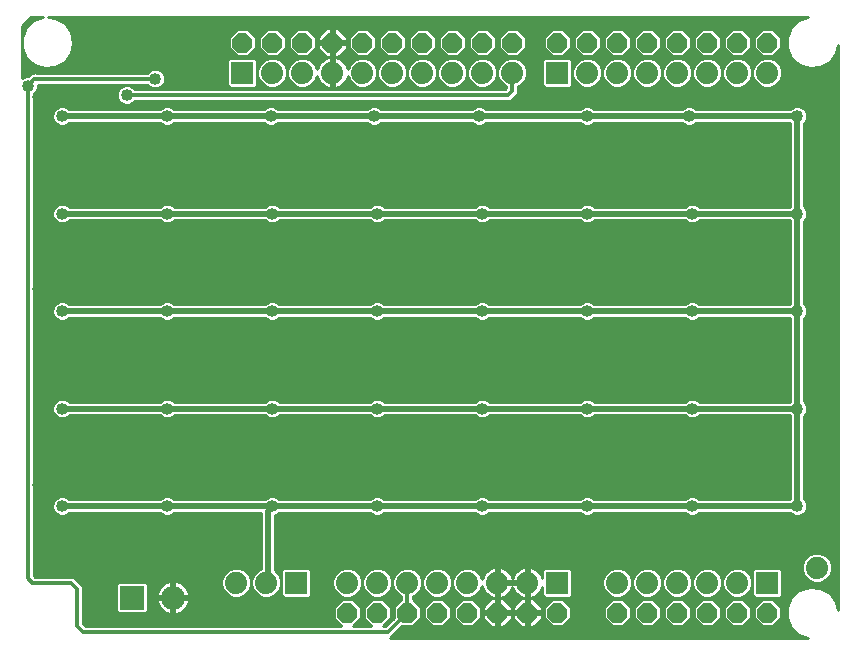
<source format=gbl>
G75*
%MOIN*%
%OFA0B0*%
%FSLAX24Y24*%
%IPPOS*%
%LPD*%
%AMOC8*
5,1,8,0,0,1.08239X$1,22.5*
%
%ADD10OC8,0.0660*%
%ADD11C,0.0800*%
%ADD12R,0.0800X0.0800*%
%ADD13R,0.0740X0.0740*%
%ADD14C,0.0740*%
%ADD15C,0.0100*%
%ADD16C,0.0400*%
%ADD17C,0.0200*%
%ADD18C,0.0140*%
D10*
X013752Y001500D03*
X014752Y001500D03*
X015752Y001500D03*
X016752Y001500D03*
X017752Y001500D03*
X018752Y001500D03*
X019752Y001500D03*
X020752Y001500D03*
X022752Y001500D03*
X023752Y001500D03*
X024752Y001500D03*
X025752Y001500D03*
X026752Y001500D03*
X027752Y001500D03*
X027752Y020500D03*
X026752Y020500D03*
X025752Y020500D03*
X024752Y020500D03*
X023752Y020500D03*
X022752Y020500D03*
X021752Y020500D03*
X020752Y020500D03*
X019252Y020500D03*
X018252Y020500D03*
X017252Y020500D03*
X016252Y020500D03*
X015252Y020500D03*
X014252Y020500D03*
X013252Y020500D03*
X012252Y020500D03*
X011252Y020500D03*
X010252Y020500D03*
D11*
X007941Y002000D03*
D12*
X006563Y002000D03*
D13*
X012052Y002500D03*
X020752Y002500D03*
X027752Y002500D03*
X020752Y019500D03*
X010252Y019500D03*
D14*
X011252Y019500D03*
X012252Y019500D03*
X013252Y019500D03*
X014252Y019500D03*
X015252Y019500D03*
X016252Y019500D03*
X017252Y019500D03*
X018252Y019500D03*
X019252Y019500D03*
X021752Y019500D03*
X022752Y019500D03*
X023752Y019500D03*
X024752Y019500D03*
X025752Y019500D03*
X026752Y019500D03*
X027752Y019500D03*
X029402Y003000D03*
X026752Y002500D03*
X025752Y002500D03*
X024752Y002500D03*
X023752Y002500D03*
X022752Y002500D03*
X019752Y002500D03*
X018752Y002500D03*
X017752Y002500D03*
X016752Y002500D03*
X015752Y002500D03*
X014752Y002500D03*
X013752Y002500D03*
X011052Y002500D03*
X010052Y002500D03*
D15*
X010524Y002667D02*
X010580Y002667D01*
X010552Y002599D02*
X010552Y002401D01*
X010476Y002217D01*
X010336Y002076D01*
X010152Y002000D01*
X009953Y002000D01*
X009769Y002076D01*
X009628Y002217D01*
X009552Y002401D01*
X009552Y002599D01*
X009628Y002783D01*
X009769Y002924D01*
X009953Y003000D01*
X010152Y003000D01*
X010336Y002924D01*
X010476Y002783D01*
X010552Y002599D01*
X010552Y002401D01*
X010628Y002217D01*
X010769Y002076D01*
X010953Y002000D01*
X011152Y002000D01*
X011336Y002076D01*
X011476Y002217D01*
X011552Y002401D01*
X011552Y002599D01*
X011476Y002783D01*
X011336Y002924D01*
X011332Y002925D01*
X011332Y004726D01*
X011439Y004770D01*
X011489Y004820D01*
X014516Y004820D01*
X014565Y004770D01*
X014687Y004720D01*
X014818Y004720D01*
X014939Y004770D01*
X014989Y004820D01*
X018016Y004820D01*
X018065Y004770D01*
X018187Y004720D01*
X018318Y004720D01*
X018439Y004770D01*
X018489Y004820D01*
X021516Y004820D01*
X021565Y004770D01*
X021687Y004720D01*
X021818Y004720D01*
X021939Y004770D01*
X021989Y004820D01*
X025016Y004820D01*
X025065Y004770D01*
X025187Y004720D01*
X025318Y004720D01*
X025439Y004770D01*
X025489Y004820D01*
X028516Y004820D01*
X028565Y004770D01*
X028687Y004720D01*
X028818Y004720D01*
X028939Y004770D01*
X029032Y004863D01*
X029082Y004984D01*
X029082Y005116D01*
X029032Y005237D01*
X028982Y005287D01*
X028982Y008063D01*
X029032Y008113D01*
X029082Y008234D01*
X029082Y008366D01*
X029032Y008487D01*
X028982Y008537D01*
X028982Y011313D01*
X029032Y011363D01*
X029082Y011484D01*
X029082Y011616D01*
X029032Y011737D01*
X028982Y011787D01*
X028982Y014563D01*
X029032Y014613D01*
X029082Y014734D01*
X029082Y014866D01*
X029032Y014987D01*
X028982Y015037D01*
X028982Y017813D01*
X029032Y017863D01*
X029082Y017984D01*
X029082Y018116D01*
X029032Y018237D01*
X028939Y018330D01*
X028818Y018380D01*
X028687Y018380D01*
X028565Y018330D01*
X028516Y018280D01*
X025389Y018280D01*
X025339Y018330D01*
X025218Y018380D01*
X025087Y018380D01*
X024965Y018330D01*
X024916Y018280D01*
X021989Y018280D01*
X021939Y018330D01*
X021818Y018380D01*
X021687Y018380D01*
X021565Y018330D01*
X021516Y018280D01*
X018389Y018280D01*
X018339Y018330D01*
X018218Y018380D01*
X018087Y018380D01*
X017965Y018330D01*
X017916Y018280D01*
X014889Y018280D01*
X014839Y018330D01*
X014718Y018380D01*
X014587Y018380D01*
X014465Y018330D01*
X014416Y018280D01*
X011439Y018280D01*
X011389Y018330D01*
X011268Y018380D01*
X011137Y018380D01*
X011015Y018330D01*
X010966Y018280D01*
X007989Y018280D01*
X007939Y018330D01*
X007818Y018380D01*
X007687Y018380D01*
X007565Y018330D01*
X007516Y018280D01*
X004489Y018280D01*
X004439Y018330D01*
X004318Y018380D01*
X004187Y018380D01*
X004065Y018330D01*
X003973Y018237D01*
X003922Y018116D01*
X003922Y017984D01*
X003973Y017863D01*
X004065Y017770D01*
X004187Y017720D01*
X004318Y017720D01*
X004439Y017770D01*
X004489Y017820D01*
X007516Y017820D01*
X007565Y017770D01*
X007687Y017720D01*
X007818Y017720D01*
X007939Y017770D01*
X007989Y017820D01*
X010966Y017820D01*
X011015Y017770D01*
X011137Y017720D01*
X011268Y017720D01*
X011389Y017770D01*
X011439Y017820D01*
X014416Y017820D01*
X014465Y017770D01*
X014587Y017720D01*
X014718Y017720D01*
X014839Y017770D01*
X014889Y017820D01*
X017916Y017820D01*
X017965Y017770D01*
X018087Y017720D01*
X018218Y017720D01*
X018339Y017770D01*
X018389Y017820D01*
X021516Y017820D01*
X021565Y017770D01*
X021687Y017720D01*
X021818Y017720D01*
X021939Y017770D01*
X021989Y017820D01*
X024916Y017820D01*
X024965Y017770D01*
X025087Y017720D01*
X025218Y017720D01*
X025339Y017770D01*
X025389Y017820D01*
X028516Y017820D01*
X028522Y017813D01*
X028522Y015037D01*
X028516Y015030D01*
X025489Y015030D01*
X025439Y015080D01*
X025318Y015130D01*
X025187Y015130D01*
X025065Y015080D01*
X025016Y015030D01*
X021989Y015030D01*
X021939Y015080D01*
X021818Y015130D01*
X021687Y015130D01*
X021565Y015080D01*
X021516Y015030D01*
X018489Y015030D01*
X018439Y015080D01*
X018318Y015130D01*
X018187Y015130D01*
X018065Y015080D01*
X018016Y015030D01*
X014989Y015030D01*
X014939Y015080D01*
X014818Y015130D01*
X014687Y015130D01*
X014565Y015080D01*
X014516Y015030D01*
X011489Y015030D01*
X011439Y015080D01*
X011318Y015130D01*
X011187Y015130D01*
X011065Y015080D01*
X011016Y015030D01*
X007989Y015030D01*
X007939Y015080D01*
X007818Y015130D01*
X007687Y015130D01*
X007565Y015080D01*
X007516Y015030D01*
X004489Y015030D01*
X004439Y015080D01*
X004318Y015130D01*
X004187Y015130D01*
X004065Y015080D01*
X003973Y014987D01*
X003922Y014866D01*
X003922Y014734D01*
X003973Y014613D01*
X004065Y014520D01*
X004187Y014470D01*
X004318Y014470D01*
X004439Y014520D01*
X004489Y014570D01*
X007516Y014570D01*
X007565Y014520D01*
X007687Y014470D01*
X007818Y014470D01*
X007939Y014520D01*
X007989Y014570D01*
X011016Y014570D01*
X011065Y014520D01*
X011187Y014470D01*
X011318Y014470D01*
X011439Y014520D01*
X011489Y014570D01*
X014516Y014570D01*
X014565Y014520D01*
X014687Y014470D01*
X014818Y014470D01*
X014939Y014520D01*
X014989Y014570D01*
X018016Y014570D01*
X018065Y014520D01*
X018187Y014470D01*
X018318Y014470D01*
X018439Y014520D01*
X018489Y014570D01*
X021516Y014570D01*
X021565Y014520D01*
X021687Y014470D01*
X021818Y014470D01*
X021939Y014520D01*
X021989Y014570D01*
X025016Y014570D01*
X025065Y014520D01*
X025187Y014470D01*
X025318Y014470D01*
X025439Y014520D01*
X025489Y014570D01*
X028516Y014570D01*
X028522Y014563D01*
X028522Y011787D01*
X028516Y011780D01*
X025489Y011780D01*
X025439Y011830D01*
X025318Y011880D01*
X025187Y011880D01*
X025065Y011830D01*
X025016Y011780D01*
X021989Y011780D01*
X021939Y011830D01*
X021818Y011880D01*
X021687Y011880D01*
X021565Y011830D01*
X021516Y011780D01*
X018489Y011780D01*
X018439Y011830D01*
X018318Y011880D01*
X018187Y011880D01*
X018065Y011830D01*
X018016Y011780D01*
X014989Y011780D01*
X014939Y011830D01*
X014818Y011880D01*
X014687Y011880D01*
X014565Y011830D01*
X014516Y011780D01*
X011489Y011780D01*
X011439Y011830D01*
X011318Y011880D01*
X011187Y011880D01*
X011065Y011830D01*
X011016Y011780D01*
X007989Y011780D01*
X007939Y011830D01*
X007818Y011880D01*
X007687Y011880D01*
X007565Y011830D01*
X007516Y011780D01*
X004489Y011780D01*
X004439Y011830D01*
X004318Y011880D01*
X004187Y011880D01*
X004065Y011830D01*
X003973Y011737D01*
X003922Y011616D01*
X003922Y011484D01*
X003973Y011363D01*
X004065Y011270D01*
X004187Y011220D01*
X004318Y011220D01*
X004439Y011270D01*
X004489Y011320D01*
X007516Y011320D01*
X007565Y011270D01*
X007687Y011220D01*
X007818Y011220D01*
X007939Y011270D01*
X007989Y011320D01*
X011016Y011320D01*
X011065Y011270D01*
X011187Y011220D01*
X011318Y011220D01*
X011439Y011270D01*
X011489Y011320D01*
X014516Y011320D01*
X014565Y011270D01*
X014687Y011220D01*
X014818Y011220D01*
X014939Y011270D01*
X014989Y011320D01*
X018016Y011320D01*
X018065Y011270D01*
X018187Y011220D01*
X018318Y011220D01*
X018439Y011270D01*
X018489Y011320D01*
X021516Y011320D01*
X021565Y011270D01*
X021687Y011220D01*
X021818Y011220D01*
X021939Y011270D01*
X021989Y011320D01*
X025016Y011320D01*
X025065Y011270D01*
X025187Y011220D01*
X025318Y011220D01*
X025439Y011270D01*
X025489Y011320D01*
X028516Y011320D01*
X028522Y011313D01*
X028522Y008537D01*
X028516Y008530D01*
X025489Y008530D01*
X025439Y008580D01*
X025318Y008630D01*
X025187Y008630D01*
X025065Y008580D01*
X025016Y008530D01*
X021989Y008530D01*
X021939Y008580D01*
X021818Y008630D01*
X021687Y008630D01*
X021565Y008580D01*
X021516Y008530D01*
X018489Y008530D01*
X018439Y008580D01*
X018318Y008630D01*
X018187Y008630D01*
X018065Y008580D01*
X018016Y008530D01*
X014989Y008530D01*
X014939Y008580D01*
X014818Y008630D01*
X014687Y008630D01*
X014565Y008580D01*
X014516Y008530D01*
X011489Y008530D01*
X011439Y008580D01*
X011318Y008630D01*
X011187Y008630D01*
X011065Y008580D01*
X011016Y008530D01*
X007989Y008530D01*
X007939Y008580D01*
X007818Y008630D01*
X007687Y008630D01*
X007565Y008580D01*
X007516Y008530D01*
X004489Y008530D01*
X004439Y008580D01*
X004318Y008630D01*
X004187Y008630D01*
X004065Y008580D01*
X003973Y008487D01*
X003922Y008366D01*
X003922Y008234D01*
X003973Y008113D01*
X004065Y008020D01*
X004187Y007970D01*
X004318Y007970D01*
X004439Y008020D01*
X004489Y008070D01*
X007516Y008070D01*
X007565Y008020D01*
X007687Y007970D01*
X007818Y007970D01*
X007939Y008020D01*
X007989Y008070D01*
X011016Y008070D01*
X011065Y008020D01*
X011187Y007970D01*
X011318Y007970D01*
X011439Y008020D01*
X011489Y008070D01*
X014516Y008070D01*
X014565Y008020D01*
X014687Y007970D01*
X014818Y007970D01*
X014939Y008020D01*
X014989Y008070D01*
X018016Y008070D01*
X018065Y008020D01*
X018187Y007970D01*
X018318Y007970D01*
X018439Y008020D01*
X018489Y008070D01*
X021516Y008070D01*
X021565Y008020D01*
X021687Y007970D01*
X021818Y007970D01*
X021939Y008020D01*
X021989Y008070D01*
X025016Y008070D01*
X025065Y008020D01*
X025187Y007970D01*
X025318Y007970D01*
X025439Y008020D01*
X025489Y008070D01*
X028516Y008070D01*
X028522Y008063D01*
X028522Y005287D01*
X028516Y005280D01*
X025489Y005280D01*
X025439Y005330D01*
X025318Y005380D01*
X025187Y005380D01*
X025065Y005330D01*
X025016Y005280D01*
X021989Y005280D01*
X021939Y005330D01*
X021818Y005380D01*
X021687Y005380D01*
X021565Y005330D01*
X021516Y005280D01*
X018489Y005280D01*
X018439Y005330D01*
X018318Y005380D01*
X018187Y005380D01*
X018065Y005330D01*
X018016Y005280D01*
X014989Y005280D01*
X014939Y005330D01*
X014818Y005380D01*
X014687Y005380D01*
X014565Y005330D01*
X014516Y005280D01*
X011489Y005280D01*
X011439Y005330D01*
X011318Y005380D01*
X011187Y005380D01*
X011065Y005330D01*
X011016Y005280D01*
X007989Y005280D01*
X007939Y005330D01*
X007818Y005380D01*
X007687Y005380D01*
X007565Y005330D01*
X007516Y005280D01*
X004489Y005280D01*
X004439Y005330D01*
X004318Y005380D01*
X004187Y005380D01*
X004065Y005330D01*
X003973Y005237D01*
X003922Y005116D01*
X003922Y004984D01*
X003973Y004863D01*
X004065Y004770D01*
X004187Y004720D01*
X004318Y004720D01*
X004439Y004770D01*
X004489Y004820D01*
X007516Y004820D01*
X007565Y004770D01*
X007687Y004720D01*
X007818Y004720D01*
X007939Y004770D01*
X007989Y004820D01*
X010872Y004820D01*
X010872Y002967D01*
X010769Y002924D01*
X010628Y002783D01*
X010552Y002599D01*
X010552Y002569D02*
X010552Y002569D01*
X010552Y002470D02*
X010552Y002470D01*
X010540Y002372D02*
X010564Y002372D01*
X010605Y002273D02*
X010500Y002273D01*
X010434Y002175D02*
X010671Y002175D01*
X010769Y002076D02*
X010335Y002076D01*
X009769Y002076D02*
X008486Y002076D01*
X008490Y002050D02*
X008478Y002129D01*
X008451Y002211D01*
X008412Y002288D01*
X008361Y002358D01*
X008300Y002420D01*
X008230Y002470D01*
X009552Y002470D01*
X009552Y002569D02*
X004767Y002569D01*
X004835Y002500D02*
X004635Y002700D01*
X003335Y002700D01*
X003302Y002733D01*
X003302Y018783D01*
X003382Y018863D01*
X003432Y018984D01*
X003432Y019100D01*
X007086Y019100D01*
X007165Y019020D01*
X007287Y018970D01*
X007418Y018970D01*
X007539Y019020D01*
X007632Y019113D01*
X007682Y019234D01*
X007682Y019366D01*
X007632Y019487D01*
X007539Y019580D01*
X007418Y019630D01*
X007287Y019630D01*
X007165Y019580D01*
X007086Y019500D01*
X003373Y019500D01*
X003363Y019508D01*
X003291Y019500D01*
X003220Y019500D01*
X003211Y019491D01*
X003198Y019490D01*
X003153Y019434D01*
X003102Y019383D01*
X003102Y019380D01*
X003037Y019380D01*
X002915Y019330D01*
X002907Y019322D01*
X002907Y021036D01*
X003217Y021345D01*
X003624Y021345D01*
X003321Y021247D01*
X003055Y021007D01*
X003055Y021007D01*
X002909Y020679D01*
X002909Y020321D01*
X003055Y019993D01*
X003321Y019753D01*
X003321Y019753D01*
X003662Y019643D01*
X003662Y019643D01*
X004019Y019680D01*
X004329Y019859D01*
X004329Y019859D01*
X004540Y020149D01*
X004540Y020149D01*
X004614Y020500D01*
X004540Y020851D01*
X004329Y021141D01*
X004019Y021320D01*
X003780Y021345D01*
X029124Y021345D01*
X028821Y021247D01*
X028555Y021007D01*
X028555Y021007D01*
X028409Y020679D01*
X028409Y020321D01*
X028555Y019993D01*
X028821Y019753D01*
X028821Y019753D01*
X029162Y019643D01*
X029162Y019643D01*
X029519Y019680D01*
X029829Y019859D01*
X029829Y019859D01*
X030040Y020149D01*
X030040Y020149D01*
X030097Y020420D01*
X030097Y001580D01*
X030040Y001851D01*
X029829Y002141D01*
X029519Y002320D01*
X029162Y002357D01*
X028821Y002247D01*
X028555Y002007D01*
X028555Y002007D01*
X028409Y001679D01*
X028409Y001321D01*
X028555Y000993D01*
X028821Y000753D01*
X028821Y000753D01*
X029124Y000655D01*
X015190Y000655D01*
X015575Y001040D01*
X015943Y001040D01*
X016212Y001309D01*
X016212Y001691D01*
X015952Y001951D01*
X015952Y002042D01*
X016036Y002076D01*
X016176Y002217D01*
X016252Y002401D01*
X016252Y002599D01*
X016176Y002783D01*
X016036Y002924D01*
X015852Y003000D01*
X015653Y003000D01*
X015469Y002924D01*
X015328Y002783D01*
X015252Y002599D01*
X015176Y002783D01*
X015036Y002924D01*
X014852Y003000D01*
X014653Y003000D01*
X014469Y002924D01*
X014328Y002783D01*
X014252Y002599D01*
X014176Y002783D01*
X014036Y002924D01*
X013852Y003000D01*
X013653Y003000D01*
X013469Y002924D01*
X013328Y002783D01*
X013252Y002599D01*
X013252Y002401D01*
X013328Y002217D01*
X013469Y002076D01*
X013653Y002000D01*
X013852Y002000D01*
X014036Y002076D01*
X014176Y002217D01*
X014252Y002401D01*
X014252Y002599D01*
X014252Y002401D01*
X014328Y002217D01*
X014469Y002076D01*
X014653Y002000D01*
X014852Y002000D01*
X015036Y002076D01*
X015176Y002217D01*
X015252Y002401D01*
X015252Y002599D01*
X015252Y002401D01*
X015328Y002217D01*
X015469Y002076D01*
X015552Y002042D01*
X015552Y001951D01*
X015292Y001691D01*
X015292Y001323D01*
X015020Y001050D01*
X014953Y001050D01*
X015212Y001309D01*
X015212Y001691D01*
X014943Y001960D01*
X014562Y001960D01*
X014292Y001691D01*
X014292Y001309D01*
X014552Y001050D01*
X013953Y001050D01*
X014212Y001309D01*
X014212Y001691D01*
X013943Y001960D01*
X013562Y001960D01*
X013292Y001691D01*
X013292Y001309D01*
X013552Y001050D01*
X005035Y001050D01*
X004952Y001133D01*
X004952Y002383D01*
X004835Y002500D01*
X004865Y002470D02*
X006050Y002470D01*
X006033Y002454D02*
X006033Y001546D01*
X006110Y001470D01*
X007017Y001470D01*
X007093Y001546D01*
X007093Y002454D01*
X007017Y002530D01*
X006110Y002530D01*
X006033Y002454D01*
X006033Y002372D02*
X004952Y002372D01*
X004952Y002273D02*
X006033Y002273D01*
X006033Y002175D02*
X004952Y002175D01*
X004952Y002076D02*
X006033Y002076D01*
X006033Y001978D02*
X004952Y001978D01*
X004952Y001879D02*
X006033Y001879D01*
X006033Y001781D02*
X004952Y001781D01*
X004952Y001682D02*
X006033Y001682D01*
X006033Y001584D02*
X004952Y001584D01*
X004952Y001485D02*
X006095Y001485D01*
X007032Y001485D02*
X007747Y001485D01*
X007730Y001490D02*
X007813Y001464D01*
X007891Y001451D01*
X007891Y001950D01*
X007392Y001950D01*
X007405Y001871D01*
X007432Y001789D01*
X007471Y001712D01*
X007522Y001642D01*
X007583Y001580D01*
X007653Y001530D01*
X007730Y001490D01*
X007891Y001485D02*
X007991Y001485D01*
X007991Y001451D02*
X008070Y001464D01*
X008152Y001490D01*
X008230Y001530D01*
X008300Y001580D01*
X008361Y001642D01*
X008412Y001712D01*
X008451Y001789D01*
X008478Y001871D01*
X008490Y001950D01*
X007991Y001950D01*
X007991Y001451D01*
X007991Y001584D02*
X007891Y001584D01*
X007891Y001682D02*
X007991Y001682D01*
X007991Y001781D02*
X007891Y001781D01*
X007891Y001879D02*
X007991Y001879D01*
X007991Y001950D02*
X007891Y001950D01*
X007891Y002050D01*
X007392Y002050D01*
X007405Y002129D01*
X007432Y002211D01*
X007471Y002288D01*
X007522Y002358D01*
X007583Y002420D01*
X007653Y002470D01*
X007730Y002510D01*
X007813Y002536D01*
X007891Y002549D01*
X007891Y002050D01*
X007991Y002050D01*
X007991Y002549D01*
X008070Y002536D01*
X008152Y002510D01*
X008230Y002470D01*
X008348Y002372D02*
X009564Y002372D01*
X009605Y002273D02*
X008420Y002273D01*
X008463Y002175D02*
X009671Y002175D01*
X009580Y002667D02*
X004668Y002667D01*
X003302Y002766D02*
X009621Y002766D01*
X009709Y002864D02*
X003302Y002864D01*
X003302Y002963D02*
X009862Y002963D01*
X010242Y002963D02*
X010862Y002963D01*
X010872Y003061D02*
X003302Y003061D01*
X003302Y003160D02*
X010872Y003160D01*
X010872Y003258D02*
X003302Y003258D01*
X003302Y003357D02*
X010872Y003357D01*
X010872Y003455D02*
X003302Y003455D01*
X003302Y003554D02*
X010872Y003554D01*
X010872Y003652D02*
X003302Y003652D01*
X003302Y003751D02*
X010872Y003751D01*
X010872Y003849D02*
X003302Y003849D01*
X003302Y003948D02*
X010872Y003948D01*
X010872Y004046D02*
X003302Y004046D01*
X003302Y004145D02*
X010872Y004145D01*
X010872Y004243D02*
X003302Y004243D01*
X003302Y004342D02*
X010872Y004342D01*
X010872Y004440D02*
X003302Y004440D01*
X003302Y004539D02*
X010872Y004539D01*
X010872Y004637D02*
X003302Y004637D01*
X003302Y004736D02*
X004149Y004736D01*
X004002Y004834D02*
X003302Y004834D01*
X003302Y004933D02*
X003944Y004933D01*
X003922Y005031D02*
X003302Y005031D01*
X003302Y005130D02*
X003928Y005130D01*
X003969Y005228D02*
X003302Y005228D01*
X003302Y005327D02*
X004062Y005327D01*
X004443Y005327D02*
X007562Y005327D01*
X007943Y005327D02*
X011062Y005327D01*
X011443Y005327D02*
X014562Y005327D01*
X014943Y005327D02*
X018062Y005327D01*
X018443Y005327D02*
X021562Y005327D01*
X021943Y005327D02*
X025062Y005327D01*
X025443Y005327D02*
X028522Y005327D01*
X028522Y005425D02*
X003302Y005425D01*
X003302Y005524D02*
X028522Y005524D01*
X028522Y005622D02*
X003302Y005622D01*
X003302Y005721D02*
X028522Y005721D01*
X028522Y005819D02*
X003302Y005819D01*
X003302Y005918D02*
X028522Y005918D01*
X028522Y006016D02*
X003302Y006016D01*
X003302Y006115D02*
X028522Y006115D01*
X028522Y006213D02*
X003302Y006213D01*
X003302Y006312D02*
X028522Y006312D01*
X028522Y006410D02*
X003302Y006410D01*
X003302Y006509D02*
X028522Y006509D01*
X028522Y006607D02*
X003302Y006607D01*
X003302Y006706D02*
X028522Y006706D01*
X028522Y006804D02*
X003302Y006804D01*
X003302Y006903D02*
X028522Y006903D01*
X028522Y007001D02*
X003302Y007001D01*
X003302Y007100D02*
X028522Y007100D01*
X028522Y007198D02*
X003302Y007198D01*
X003302Y007297D02*
X028522Y007297D01*
X028522Y007395D02*
X003302Y007395D01*
X003302Y007494D02*
X028522Y007494D01*
X028522Y007592D02*
X003302Y007592D01*
X003302Y007691D02*
X028522Y007691D01*
X028522Y007789D02*
X003302Y007789D01*
X003302Y007888D02*
X028522Y007888D01*
X028522Y007986D02*
X025357Y007986D01*
X025148Y007986D02*
X021857Y007986D01*
X021648Y007986D02*
X018357Y007986D01*
X018148Y007986D02*
X014857Y007986D01*
X014648Y007986D02*
X011357Y007986D01*
X011148Y007986D02*
X007857Y007986D01*
X007648Y007986D02*
X004357Y007986D01*
X004148Y007986D02*
X003302Y007986D01*
X003302Y008085D02*
X004001Y008085D01*
X003944Y008183D02*
X003302Y008183D01*
X003302Y008282D02*
X003922Y008282D01*
X003928Y008380D02*
X003302Y008380D01*
X003302Y008479D02*
X003969Y008479D01*
X004063Y008577D02*
X003302Y008577D01*
X003302Y008676D02*
X028522Y008676D01*
X028522Y008774D02*
X003302Y008774D01*
X003302Y008873D02*
X028522Y008873D01*
X028522Y008971D02*
X003302Y008971D01*
X003302Y009070D02*
X028522Y009070D01*
X028522Y009168D02*
X003302Y009168D01*
X003302Y009267D02*
X028522Y009267D01*
X028522Y009365D02*
X003302Y009365D01*
X003302Y009464D02*
X028522Y009464D01*
X028522Y009562D02*
X003302Y009562D01*
X003302Y009661D02*
X028522Y009661D01*
X028522Y009759D02*
X003302Y009759D01*
X003302Y009858D02*
X028522Y009858D01*
X028522Y009956D02*
X003302Y009956D01*
X003302Y010055D02*
X028522Y010055D01*
X028522Y010153D02*
X003302Y010153D01*
X003302Y010252D02*
X028522Y010252D01*
X028522Y010350D02*
X003302Y010350D01*
X003302Y010449D02*
X028522Y010449D01*
X028522Y010547D02*
X003302Y010547D01*
X003302Y010646D02*
X028522Y010646D01*
X028522Y010744D02*
X003302Y010744D01*
X003302Y010843D02*
X028522Y010843D01*
X028522Y010941D02*
X003302Y010941D01*
X003302Y011040D02*
X028522Y011040D01*
X028522Y011138D02*
X003302Y011138D01*
X003302Y011237D02*
X004147Y011237D01*
X004001Y011335D02*
X003302Y011335D01*
X003302Y011434D02*
X003943Y011434D01*
X003922Y011532D02*
X003302Y011532D01*
X003302Y011631D02*
X003929Y011631D01*
X003969Y011729D02*
X003302Y011729D01*
X003302Y011828D02*
X004063Y011828D01*
X004442Y011828D02*
X007563Y011828D01*
X007942Y011828D02*
X011063Y011828D01*
X011442Y011828D02*
X014563Y011828D01*
X014942Y011828D02*
X018063Y011828D01*
X018442Y011828D02*
X021563Y011828D01*
X021942Y011828D02*
X025063Y011828D01*
X025442Y011828D02*
X028522Y011828D01*
X028522Y011926D02*
X003302Y011926D01*
X003302Y012025D02*
X028522Y012025D01*
X028522Y012123D02*
X003302Y012123D01*
X003302Y012222D02*
X028522Y012222D01*
X028522Y012320D02*
X003302Y012320D01*
X003302Y012419D02*
X028522Y012419D01*
X028522Y012517D02*
X003302Y012517D01*
X003302Y012616D02*
X028522Y012616D01*
X028522Y012714D02*
X003302Y012714D01*
X003302Y012813D02*
X028522Y012813D01*
X028522Y012911D02*
X003302Y012911D01*
X003302Y013010D02*
X028522Y013010D01*
X028522Y013108D02*
X003302Y013108D01*
X003302Y013207D02*
X028522Y013207D01*
X028522Y013305D02*
X003302Y013305D01*
X003302Y013404D02*
X028522Y013404D01*
X028522Y013502D02*
X003302Y013502D01*
X003302Y013601D02*
X028522Y013601D01*
X028522Y013699D02*
X003302Y013699D01*
X003302Y013798D02*
X028522Y013798D01*
X028522Y013896D02*
X003302Y013896D01*
X003302Y013995D02*
X028522Y013995D01*
X028522Y014093D02*
X003302Y014093D01*
X003302Y014192D02*
X028522Y014192D01*
X028522Y014290D02*
X003302Y014290D01*
X003302Y014389D02*
X028522Y014389D01*
X028522Y014487D02*
X025359Y014487D01*
X025146Y014487D02*
X021859Y014487D01*
X021646Y014487D02*
X018359Y014487D01*
X018146Y014487D02*
X014859Y014487D01*
X014646Y014487D02*
X011359Y014487D01*
X011146Y014487D02*
X007859Y014487D01*
X007646Y014487D02*
X004359Y014487D01*
X004146Y014487D02*
X003302Y014487D01*
X003302Y014586D02*
X004000Y014586D01*
X003943Y014684D02*
X003302Y014684D01*
X003302Y014783D02*
X003922Y014783D01*
X003929Y014881D02*
X003302Y014881D01*
X003302Y014980D02*
X003970Y014980D01*
X004064Y015078D02*
X003302Y015078D01*
X003302Y015177D02*
X028522Y015177D01*
X028522Y015275D02*
X003302Y015275D01*
X003302Y015374D02*
X028522Y015374D01*
X028522Y015472D02*
X003302Y015472D01*
X003302Y015571D02*
X028522Y015571D01*
X028522Y015669D02*
X003302Y015669D01*
X003302Y015768D02*
X028522Y015768D01*
X028522Y015866D02*
X003302Y015866D01*
X003302Y015965D02*
X028522Y015965D01*
X028522Y016063D02*
X003302Y016063D01*
X003302Y016162D02*
X028522Y016162D01*
X028522Y016260D02*
X003302Y016260D01*
X003302Y016359D02*
X028522Y016359D01*
X028522Y016457D02*
X003302Y016457D01*
X003302Y016556D02*
X028522Y016556D01*
X028522Y016654D02*
X003302Y016654D01*
X003302Y016753D02*
X028522Y016753D01*
X028522Y016851D02*
X003302Y016851D01*
X003302Y016950D02*
X028522Y016950D01*
X028522Y017048D02*
X003302Y017048D01*
X003302Y017147D02*
X028522Y017147D01*
X028522Y017245D02*
X003302Y017245D01*
X003302Y017344D02*
X028522Y017344D01*
X028522Y017442D02*
X003302Y017442D01*
X003302Y017541D02*
X028522Y017541D01*
X028522Y017639D02*
X003302Y017639D01*
X003302Y017738D02*
X004144Y017738D01*
X004000Y017836D02*
X003302Y017836D01*
X003302Y017935D02*
X003943Y017935D01*
X003922Y018033D02*
X003302Y018033D01*
X003302Y018132D02*
X003929Y018132D01*
X003970Y018230D02*
X003302Y018230D01*
X003302Y018329D02*
X004064Y018329D01*
X004441Y018329D02*
X007564Y018329D01*
X007941Y018329D02*
X011014Y018329D01*
X011391Y018329D02*
X014464Y018329D01*
X014841Y018329D02*
X017964Y018329D01*
X018341Y018329D02*
X021564Y018329D01*
X021941Y018329D02*
X024964Y018329D01*
X025341Y018329D02*
X028564Y018329D01*
X028941Y018329D02*
X030097Y018329D01*
X030097Y018427D02*
X006485Y018427D01*
X006468Y018420D02*
X006589Y018470D01*
X006669Y018550D01*
X019185Y018550D01*
X019335Y018700D01*
X019452Y018817D01*
X019452Y019042D01*
X019536Y019076D01*
X019676Y019217D01*
X019752Y019401D01*
X019752Y019599D01*
X019676Y019783D01*
X019536Y019924D01*
X019352Y020000D01*
X019153Y020000D01*
X018969Y019924D01*
X018828Y019783D01*
X018752Y019599D01*
X018676Y019783D01*
X018536Y019924D01*
X018352Y020000D01*
X018153Y020000D01*
X017969Y019924D01*
X017828Y019783D01*
X017752Y019599D01*
X017676Y019783D01*
X017536Y019924D01*
X017352Y020000D01*
X017153Y020000D01*
X016969Y019924D01*
X016828Y019783D01*
X016752Y019599D01*
X016676Y019783D01*
X016536Y019924D01*
X016352Y020000D01*
X016153Y020000D01*
X015969Y019924D01*
X015828Y019783D01*
X015752Y019599D01*
X015676Y019783D01*
X015536Y019924D01*
X015352Y020000D01*
X015153Y020000D01*
X014969Y019924D01*
X014828Y019783D01*
X014752Y019599D01*
X014676Y019783D01*
X014536Y019924D01*
X014352Y020000D01*
X014153Y020000D01*
X013969Y019924D01*
X013828Y019783D01*
X013760Y019618D01*
X013760Y019622D01*
X013734Y019700D01*
X013697Y019773D01*
X013649Y019839D01*
X013591Y019897D01*
X013525Y019945D01*
X013452Y019982D01*
X013374Y020007D01*
X013302Y020019D01*
X013302Y019550D01*
X013202Y019550D01*
X013202Y020019D01*
X013131Y020007D01*
X013053Y019982D01*
X012980Y019945D01*
X012914Y019897D01*
X012856Y019839D01*
X012808Y019773D01*
X012770Y019700D01*
X012745Y019622D01*
X012745Y019618D01*
X012676Y019783D01*
X012536Y019924D01*
X012352Y020000D01*
X012153Y020000D01*
X011969Y019924D01*
X011828Y019783D01*
X011752Y019599D01*
X011676Y019783D01*
X011536Y019924D01*
X011352Y020000D01*
X011153Y020000D01*
X010969Y019924D01*
X010828Y019783D01*
X010752Y019599D01*
X010752Y019401D01*
X010828Y019217D01*
X010969Y019076D01*
X011153Y019000D01*
X011352Y019000D01*
X011536Y019076D01*
X011676Y019217D01*
X011752Y019401D01*
X011752Y019599D01*
X011752Y019401D01*
X011828Y019217D01*
X011969Y019076D01*
X012153Y019000D01*
X012352Y019000D01*
X012536Y019076D01*
X012676Y019217D01*
X012745Y019382D01*
X012745Y019378D01*
X012770Y019300D01*
X012808Y019227D01*
X012856Y019161D01*
X012914Y019103D01*
X012980Y019055D01*
X013053Y019018D01*
X012395Y019018D01*
X012576Y019117D02*
X012900Y019117D01*
X012817Y019215D02*
X012675Y019215D01*
X012716Y019314D02*
X012766Y019314D01*
X012775Y019708D02*
X012708Y019708D01*
X012653Y019806D02*
X012832Y019806D01*
X012925Y019905D02*
X012555Y019905D01*
X012443Y020040D02*
X012712Y020309D01*
X012712Y020691D01*
X012443Y020960D01*
X012062Y020960D01*
X011792Y020691D01*
X011792Y020309D01*
X012062Y020040D01*
X012443Y020040D01*
X012504Y020102D02*
X012972Y020102D01*
X013054Y020020D02*
X013204Y020020D01*
X013204Y020452D01*
X012772Y020452D01*
X012772Y020301D01*
X013054Y020020D01*
X013118Y020003D02*
X004434Y020003D01*
X004505Y020102D02*
X010000Y020102D01*
X010062Y020040D02*
X009792Y020309D01*
X009792Y020691D01*
X010062Y020960D01*
X010443Y020960D01*
X010712Y020691D01*
X010712Y020309D01*
X010443Y020040D01*
X010062Y020040D01*
X009902Y020200D02*
X004551Y020200D01*
X004572Y020299D02*
X009803Y020299D01*
X009792Y020397D02*
X004593Y020397D01*
X004614Y020496D02*
X009792Y020496D01*
X009792Y020594D02*
X004594Y020594D01*
X004574Y020693D02*
X009794Y020693D01*
X009893Y020791D02*
X004553Y020791D01*
X004540Y020851D02*
X004540Y020851D01*
X004512Y020890D02*
X009991Y020890D01*
X010513Y020890D02*
X010991Y020890D01*
X011062Y020960D02*
X010792Y020691D01*
X010792Y020309D01*
X011062Y020040D01*
X011443Y020040D01*
X011712Y020309D01*
X011712Y020691D01*
X011443Y020960D01*
X011062Y020960D01*
X010893Y020791D02*
X010612Y020791D01*
X010710Y020693D02*
X010794Y020693D01*
X010792Y020594D02*
X010712Y020594D01*
X010712Y020496D02*
X010792Y020496D01*
X010792Y020397D02*
X010712Y020397D01*
X010701Y020299D02*
X010803Y020299D01*
X010902Y020200D02*
X010603Y020200D01*
X010504Y020102D02*
X011000Y020102D01*
X010950Y019905D02*
X010752Y019905D01*
X010752Y019924D02*
X010676Y020000D01*
X009829Y020000D01*
X009752Y019924D01*
X009752Y019076D01*
X009829Y019000D01*
X010676Y019000D01*
X010752Y019076D01*
X010752Y019924D01*
X010752Y019806D02*
X010851Y019806D01*
X010797Y019708D02*
X010752Y019708D01*
X010752Y019609D02*
X010756Y019609D01*
X010752Y019511D02*
X010752Y019511D01*
X010752Y019412D02*
X010752Y019412D01*
X010752Y019314D02*
X010788Y019314D01*
X010752Y019215D02*
X010830Y019215D01*
X010752Y019117D02*
X010929Y019117D01*
X011109Y019018D02*
X010694Y019018D01*
X011395Y019018D02*
X012109Y019018D01*
X011929Y019117D02*
X011576Y019117D01*
X011675Y019215D02*
X011830Y019215D01*
X011788Y019314D02*
X011716Y019314D01*
X011752Y019412D02*
X011752Y019412D01*
X011752Y019511D02*
X011752Y019511D01*
X011748Y019609D02*
X011756Y019609D01*
X011797Y019708D02*
X011708Y019708D01*
X011653Y019806D02*
X011851Y019806D01*
X011950Y019905D02*
X011555Y019905D01*
X011504Y020102D02*
X012000Y020102D01*
X011902Y020200D02*
X011603Y020200D01*
X011701Y020299D02*
X011803Y020299D01*
X011792Y020397D02*
X011712Y020397D01*
X011712Y020496D02*
X011792Y020496D01*
X011792Y020594D02*
X011712Y020594D01*
X011710Y020693D02*
X011794Y020693D01*
X011893Y020791D02*
X011612Y020791D01*
X011513Y020890D02*
X011991Y020890D01*
X012513Y020890D02*
X012963Y020890D01*
X013054Y020980D02*
X012772Y020699D01*
X012772Y020548D01*
X013204Y020548D01*
X013204Y020452D01*
X013301Y020452D01*
X013301Y020548D01*
X013732Y020548D01*
X013732Y020699D01*
X013451Y020980D01*
X013301Y020980D01*
X013301Y020548D01*
X013204Y020548D01*
X013204Y020980D01*
X013054Y020980D01*
X013204Y020890D02*
X013301Y020890D01*
X013301Y020791D02*
X013204Y020791D01*
X013204Y020693D02*
X013301Y020693D01*
X013301Y020594D02*
X013204Y020594D01*
X013204Y020496D02*
X012712Y020496D01*
X012712Y020594D02*
X012772Y020594D01*
X012772Y020693D02*
X012710Y020693D01*
X012612Y020791D02*
X012865Y020791D01*
X012772Y020397D02*
X012712Y020397D01*
X012701Y020299D02*
X012775Y020299D01*
X012873Y020200D02*
X012603Y020200D01*
X013204Y020200D02*
X013301Y020200D01*
X013301Y020102D02*
X013204Y020102D01*
X013202Y020003D02*
X013302Y020003D01*
X013301Y020020D02*
X013451Y020020D01*
X013732Y020301D01*
X013732Y020452D01*
X013301Y020452D01*
X013301Y020020D01*
X013387Y020003D02*
X028551Y020003D01*
X028555Y019993D02*
X028555Y019993D01*
X028507Y020102D02*
X028004Y020102D01*
X027943Y020040D02*
X028212Y020309D01*
X028212Y020691D01*
X027943Y020960D01*
X027562Y020960D01*
X027292Y020691D01*
X027292Y020309D01*
X027562Y020040D01*
X027943Y020040D01*
X027852Y020000D02*
X027653Y020000D01*
X027469Y019924D01*
X027328Y019783D01*
X027252Y019599D01*
X027176Y019783D01*
X027036Y019924D01*
X026852Y020000D01*
X026653Y020000D01*
X026469Y019924D01*
X026328Y019783D01*
X026252Y019599D01*
X026176Y019783D01*
X026036Y019924D01*
X025852Y020000D01*
X025653Y020000D01*
X025469Y019924D01*
X025328Y019783D01*
X025252Y019599D01*
X025176Y019783D01*
X025036Y019924D01*
X024852Y020000D01*
X024653Y020000D01*
X024469Y019924D01*
X024328Y019783D01*
X024252Y019599D01*
X024176Y019783D01*
X024036Y019924D01*
X023852Y020000D01*
X023653Y020000D01*
X023469Y019924D01*
X023328Y019783D01*
X023252Y019599D01*
X023176Y019783D01*
X023036Y019924D01*
X022852Y020000D01*
X022653Y020000D01*
X022469Y019924D01*
X022328Y019783D01*
X022252Y019599D01*
X022176Y019783D01*
X022036Y019924D01*
X021852Y020000D01*
X021653Y020000D01*
X021469Y019924D01*
X021328Y019783D01*
X021252Y019599D01*
X021252Y019401D01*
X021328Y019217D01*
X021469Y019076D01*
X021653Y019000D01*
X021852Y019000D01*
X022036Y019076D01*
X022176Y019217D01*
X022252Y019401D01*
X022252Y019599D01*
X022252Y019401D01*
X022328Y019217D01*
X022469Y019076D01*
X022653Y019000D01*
X022852Y019000D01*
X023036Y019076D01*
X023176Y019217D01*
X023252Y019401D01*
X023252Y019599D01*
X023252Y019401D01*
X023328Y019217D01*
X023469Y019076D01*
X023653Y019000D01*
X023852Y019000D01*
X024036Y019076D01*
X024176Y019217D01*
X024252Y019401D01*
X024252Y019599D01*
X024252Y019401D01*
X024328Y019217D01*
X024469Y019076D01*
X024653Y019000D01*
X024852Y019000D01*
X025036Y019076D01*
X025176Y019217D01*
X025252Y019401D01*
X025252Y019599D01*
X025252Y019401D01*
X025328Y019217D01*
X025469Y019076D01*
X025653Y019000D01*
X025852Y019000D01*
X026036Y019076D01*
X026176Y019217D01*
X026252Y019401D01*
X026252Y019599D01*
X026252Y019401D01*
X026328Y019217D01*
X026469Y019076D01*
X026653Y019000D01*
X026852Y019000D01*
X027036Y019076D01*
X027176Y019217D01*
X027252Y019401D01*
X027252Y019599D01*
X027252Y019401D01*
X027328Y019217D01*
X027469Y019076D01*
X027653Y019000D01*
X027852Y019000D01*
X028036Y019076D01*
X028176Y019217D01*
X028252Y019401D01*
X028252Y019599D01*
X028176Y019783D01*
X028036Y019924D01*
X027852Y020000D01*
X028055Y019905D02*
X028653Y019905D01*
X028763Y019806D02*
X028153Y019806D01*
X028208Y019708D02*
X028962Y019708D01*
X029519Y019680D02*
X029519Y019680D01*
X029566Y019708D02*
X030097Y019708D01*
X030097Y019806D02*
X029737Y019806D01*
X029829Y019859D02*
X029829Y019859D01*
X029862Y019905D02*
X030097Y019905D01*
X030097Y020003D02*
X029934Y020003D01*
X030005Y020102D02*
X030097Y020102D01*
X030097Y020200D02*
X030051Y020200D01*
X030072Y020299D02*
X030097Y020299D01*
X030093Y020397D02*
X030097Y020397D01*
X030097Y019609D02*
X028248Y019609D01*
X028252Y019511D02*
X030097Y019511D01*
X030097Y019412D02*
X028252Y019412D01*
X028216Y019314D02*
X030097Y019314D01*
X030097Y019215D02*
X028175Y019215D01*
X028076Y019117D02*
X030097Y019117D01*
X030097Y019018D02*
X027895Y019018D01*
X027609Y019018D02*
X026895Y019018D01*
X027076Y019117D02*
X027429Y019117D01*
X027330Y019215D02*
X027175Y019215D01*
X027216Y019314D02*
X027288Y019314D01*
X027252Y019412D02*
X027252Y019412D01*
X027252Y019511D02*
X027252Y019511D01*
X027248Y019609D02*
X027256Y019609D01*
X027297Y019708D02*
X027208Y019708D01*
X027153Y019806D02*
X027351Y019806D01*
X027450Y019905D02*
X027055Y019905D01*
X026943Y020040D02*
X026562Y020040D01*
X026292Y020309D01*
X026292Y020691D01*
X026562Y020960D01*
X026943Y020960D01*
X027212Y020691D01*
X027212Y020309D01*
X026943Y020040D01*
X027004Y020102D02*
X027500Y020102D01*
X027402Y020200D02*
X027103Y020200D01*
X027201Y020299D02*
X027303Y020299D01*
X027292Y020397D02*
X027212Y020397D01*
X027212Y020496D02*
X027292Y020496D01*
X027292Y020594D02*
X027212Y020594D01*
X027210Y020693D02*
X027294Y020693D01*
X027393Y020791D02*
X027112Y020791D01*
X027013Y020890D02*
X027491Y020890D01*
X028013Y020890D02*
X028503Y020890D01*
X028547Y020988D02*
X004440Y020988D01*
X004369Y021087D02*
X028644Y021087D01*
X028753Y021185D02*
X004252Y021185D01*
X004329Y021141D02*
X004329Y021141D01*
X004329Y021141D01*
X004082Y021284D02*
X028935Y021284D01*
X028821Y021247D02*
X028821Y021247D01*
X028459Y020791D02*
X028112Y020791D01*
X028210Y020693D02*
X028415Y020693D01*
X028409Y020594D02*
X028212Y020594D01*
X028212Y020496D02*
X028409Y020496D01*
X028409Y020397D02*
X028212Y020397D01*
X028201Y020299D02*
X028419Y020299D01*
X028463Y020200D02*
X028103Y020200D01*
X026500Y020102D02*
X026004Y020102D01*
X025943Y020040D02*
X026212Y020309D01*
X026212Y020691D01*
X025943Y020960D01*
X025562Y020960D01*
X025292Y020691D01*
X025292Y020309D01*
X025562Y020040D01*
X025943Y020040D01*
X026055Y019905D02*
X026450Y019905D01*
X026351Y019806D02*
X026153Y019806D01*
X026208Y019708D02*
X026297Y019708D01*
X026256Y019609D02*
X026248Y019609D01*
X026252Y019511D02*
X026252Y019511D01*
X026252Y019412D02*
X026252Y019412D01*
X026216Y019314D02*
X026288Y019314D01*
X026330Y019215D02*
X026175Y019215D01*
X026076Y019117D02*
X026429Y019117D01*
X026609Y019018D02*
X025895Y019018D01*
X025609Y019018D02*
X024895Y019018D01*
X025076Y019117D02*
X025429Y019117D01*
X025330Y019215D02*
X025175Y019215D01*
X025216Y019314D02*
X025288Y019314D01*
X025252Y019412D02*
X025252Y019412D01*
X025252Y019511D02*
X025252Y019511D01*
X025248Y019609D02*
X025256Y019609D01*
X025297Y019708D02*
X025208Y019708D01*
X025153Y019806D02*
X025351Y019806D01*
X025450Y019905D02*
X025055Y019905D01*
X024943Y020040D02*
X025212Y020309D01*
X025212Y020691D01*
X024943Y020960D01*
X024562Y020960D01*
X024292Y020691D01*
X024292Y020309D01*
X024562Y020040D01*
X024943Y020040D01*
X025004Y020102D02*
X025500Y020102D01*
X025402Y020200D02*
X025103Y020200D01*
X025201Y020299D02*
X025303Y020299D01*
X025292Y020397D02*
X025212Y020397D01*
X025212Y020496D02*
X025292Y020496D01*
X025292Y020594D02*
X025212Y020594D01*
X025210Y020693D02*
X025294Y020693D01*
X025393Y020791D02*
X025112Y020791D01*
X025013Y020890D02*
X025491Y020890D01*
X026013Y020890D02*
X026491Y020890D01*
X026393Y020791D02*
X026112Y020791D01*
X026210Y020693D02*
X026294Y020693D01*
X026292Y020594D02*
X026212Y020594D01*
X026212Y020496D02*
X026292Y020496D01*
X026292Y020397D02*
X026212Y020397D01*
X026201Y020299D02*
X026303Y020299D01*
X026402Y020200D02*
X026103Y020200D01*
X024500Y020102D02*
X024004Y020102D01*
X023943Y020040D02*
X024212Y020309D01*
X024212Y020691D01*
X023943Y020960D01*
X023562Y020960D01*
X023292Y020691D01*
X023292Y020309D01*
X023562Y020040D01*
X023943Y020040D01*
X024055Y019905D02*
X024450Y019905D01*
X024351Y019806D02*
X024153Y019806D01*
X024208Y019708D02*
X024297Y019708D01*
X024256Y019609D02*
X024248Y019609D01*
X024252Y019511D02*
X024252Y019511D01*
X024252Y019412D02*
X024252Y019412D01*
X024216Y019314D02*
X024288Y019314D01*
X024330Y019215D02*
X024175Y019215D01*
X024076Y019117D02*
X024429Y019117D01*
X024609Y019018D02*
X023895Y019018D01*
X023609Y019018D02*
X022895Y019018D01*
X023076Y019117D02*
X023429Y019117D01*
X023330Y019215D02*
X023175Y019215D01*
X023216Y019314D02*
X023288Y019314D01*
X023252Y019412D02*
X023252Y019412D01*
X023252Y019511D02*
X023252Y019511D01*
X023248Y019609D02*
X023256Y019609D01*
X023297Y019708D02*
X023208Y019708D01*
X023153Y019806D02*
X023351Y019806D01*
X023450Y019905D02*
X023055Y019905D01*
X022943Y020040D02*
X022562Y020040D01*
X022292Y020309D01*
X022292Y020691D01*
X022562Y020960D01*
X022943Y020960D01*
X023212Y020691D01*
X023212Y020309D01*
X022943Y020040D01*
X023004Y020102D02*
X023500Y020102D01*
X023402Y020200D02*
X023103Y020200D01*
X023201Y020299D02*
X023303Y020299D01*
X023292Y020397D02*
X023212Y020397D01*
X023212Y020496D02*
X023292Y020496D01*
X023292Y020594D02*
X023212Y020594D01*
X023210Y020693D02*
X023294Y020693D01*
X023393Y020791D02*
X023112Y020791D01*
X023013Y020890D02*
X023491Y020890D01*
X024013Y020890D02*
X024491Y020890D01*
X024393Y020791D02*
X024112Y020791D01*
X024210Y020693D02*
X024294Y020693D01*
X024292Y020594D02*
X024212Y020594D01*
X024212Y020496D02*
X024292Y020496D01*
X024292Y020397D02*
X024212Y020397D01*
X024201Y020299D02*
X024303Y020299D01*
X024402Y020200D02*
X024103Y020200D01*
X022500Y020102D02*
X022004Y020102D01*
X021943Y020040D02*
X022212Y020309D01*
X022212Y020691D01*
X021943Y020960D01*
X021562Y020960D01*
X021292Y020691D01*
X021292Y020309D01*
X021562Y020040D01*
X021943Y020040D01*
X022055Y019905D02*
X022450Y019905D01*
X022351Y019806D02*
X022153Y019806D01*
X022208Y019708D02*
X022297Y019708D01*
X022256Y019609D02*
X022248Y019609D01*
X022252Y019511D02*
X022252Y019511D01*
X022252Y019412D02*
X022252Y019412D01*
X022216Y019314D02*
X022288Y019314D01*
X022330Y019215D02*
X022175Y019215D01*
X022076Y019117D02*
X022429Y019117D01*
X022609Y019018D02*
X021895Y019018D01*
X021609Y019018D02*
X021194Y019018D01*
X021176Y019000D02*
X021252Y019076D01*
X021252Y019924D01*
X021176Y020000D01*
X020329Y020000D01*
X020252Y019924D01*
X020252Y019076D01*
X020329Y019000D01*
X021176Y019000D01*
X021252Y019117D02*
X021429Y019117D01*
X021330Y019215D02*
X021252Y019215D01*
X021252Y019314D02*
X021288Y019314D01*
X021252Y019412D02*
X021252Y019412D01*
X021252Y019511D02*
X021252Y019511D01*
X021252Y019609D02*
X021256Y019609D01*
X021252Y019708D02*
X021297Y019708D01*
X021252Y019806D02*
X021351Y019806D01*
X021252Y019905D02*
X021450Y019905D01*
X021500Y020102D02*
X021004Y020102D01*
X020943Y020040D02*
X021212Y020309D01*
X021212Y020691D01*
X020943Y020960D01*
X020562Y020960D01*
X020292Y020691D01*
X020292Y020309D01*
X020562Y020040D01*
X020943Y020040D01*
X021103Y020200D02*
X021402Y020200D01*
X021303Y020299D02*
X021201Y020299D01*
X021212Y020397D02*
X021292Y020397D01*
X021292Y020496D02*
X021212Y020496D01*
X021212Y020594D02*
X021292Y020594D01*
X021294Y020693D02*
X021210Y020693D01*
X021112Y020791D02*
X021393Y020791D01*
X021491Y020890D02*
X021013Y020890D01*
X020491Y020890D02*
X019513Y020890D01*
X019443Y020960D02*
X019712Y020691D01*
X019712Y020309D01*
X019443Y020040D01*
X019062Y020040D01*
X018792Y020309D01*
X018792Y020691D01*
X019062Y020960D01*
X019443Y020960D01*
X019612Y020791D02*
X020393Y020791D01*
X020294Y020693D02*
X019710Y020693D01*
X019712Y020594D02*
X020292Y020594D01*
X020292Y020496D02*
X019712Y020496D01*
X019712Y020397D02*
X020292Y020397D01*
X020303Y020299D02*
X019701Y020299D01*
X019603Y020200D02*
X020402Y020200D01*
X020500Y020102D02*
X019504Y020102D01*
X019555Y019905D02*
X020252Y019905D01*
X020252Y019806D02*
X019653Y019806D01*
X019708Y019708D02*
X020252Y019708D01*
X020252Y019609D02*
X019748Y019609D01*
X019752Y019511D02*
X020252Y019511D01*
X020252Y019412D02*
X019752Y019412D01*
X019716Y019314D02*
X020252Y019314D01*
X020252Y019215D02*
X019675Y019215D01*
X019576Y019117D02*
X020252Y019117D01*
X020310Y019018D02*
X019452Y019018D01*
X019452Y018920D02*
X030097Y018920D01*
X030097Y018821D02*
X019452Y018821D01*
X019358Y018723D02*
X030097Y018723D01*
X030097Y018624D02*
X019259Y018624D01*
X019020Y018950D02*
X006669Y018950D01*
X006589Y019030D01*
X006468Y019080D01*
X006337Y019080D01*
X006215Y019030D01*
X006123Y018937D01*
X006072Y018816D01*
X006072Y018684D01*
X006123Y018563D01*
X006215Y018470D01*
X006337Y018420D01*
X006468Y018420D01*
X006320Y018427D02*
X003302Y018427D01*
X003302Y018526D02*
X006160Y018526D01*
X006097Y018624D02*
X003302Y018624D01*
X003302Y018723D02*
X006072Y018723D01*
X006075Y018821D02*
X003340Y018821D01*
X003406Y018920D02*
X006115Y018920D01*
X006204Y019018D02*
X003432Y019018D01*
X003132Y019412D02*
X002907Y019412D01*
X002907Y019511D02*
X007096Y019511D01*
X007236Y019609D02*
X002907Y019609D01*
X002907Y019708D02*
X003462Y019708D01*
X003263Y019806D02*
X002907Y019806D01*
X002907Y019905D02*
X003153Y019905D01*
X003055Y019993D02*
X003055Y019993D01*
X003051Y020003D02*
X002907Y020003D01*
X002907Y020102D02*
X003007Y020102D01*
X002963Y020200D02*
X002907Y020200D01*
X002907Y020299D02*
X002919Y020299D01*
X002907Y020397D02*
X002909Y020397D01*
X002907Y020496D02*
X002909Y020496D01*
X002907Y020594D02*
X002909Y020594D01*
X002907Y020693D02*
X002915Y020693D01*
X002907Y020791D02*
X002959Y020791D01*
X003003Y020890D02*
X002907Y020890D01*
X002907Y020988D02*
X003047Y020988D01*
X002958Y021087D02*
X003144Y021087D01*
X003057Y021185D02*
X003253Y021185D01*
X003321Y021247D02*
X003321Y021247D01*
X003435Y021284D02*
X003155Y021284D01*
X004019Y021320D02*
X004019Y021320D01*
X004362Y019905D02*
X009752Y019905D01*
X009752Y019806D02*
X004237Y019806D01*
X004329Y019859D02*
X004329Y019859D01*
X004066Y019708D02*
X009752Y019708D01*
X009752Y019609D02*
X007469Y019609D01*
X007609Y019511D02*
X009752Y019511D01*
X009752Y019412D02*
X007663Y019412D01*
X007682Y019314D02*
X009752Y019314D01*
X009752Y019215D02*
X007674Y019215D01*
X007634Y019117D02*
X009752Y019117D01*
X009810Y019018D02*
X007534Y019018D01*
X007171Y019018D02*
X006601Y019018D01*
X006645Y018526D02*
X030097Y018526D01*
X030097Y018230D02*
X029035Y018230D01*
X029076Y018132D02*
X030097Y018132D01*
X030097Y018033D02*
X029082Y018033D01*
X029062Y017935D02*
X030097Y017935D01*
X030097Y017836D02*
X029005Y017836D01*
X028982Y017738D02*
X030097Y017738D01*
X030097Y017639D02*
X028982Y017639D01*
X028982Y017541D02*
X030097Y017541D01*
X030097Y017442D02*
X028982Y017442D01*
X028982Y017344D02*
X030097Y017344D01*
X030097Y017245D02*
X028982Y017245D01*
X028982Y017147D02*
X030097Y017147D01*
X030097Y017048D02*
X028982Y017048D01*
X028982Y016950D02*
X030097Y016950D01*
X030097Y016851D02*
X028982Y016851D01*
X028982Y016753D02*
X030097Y016753D01*
X030097Y016654D02*
X028982Y016654D01*
X028982Y016556D02*
X030097Y016556D01*
X030097Y016457D02*
X028982Y016457D01*
X028982Y016359D02*
X030097Y016359D01*
X030097Y016260D02*
X028982Y016260D01*
X028982Y016162D02*
X030097Y016162D01*
X030097Y016063D02*
X028982Y016063D01*
X028982Y015965D02*
X030097Y015965D01*
X030097Y015866D02*
X028982Y015866D01*
X028982Y015768D02*
X030097Y015768D01*
X030097Y015669D02*
X028982Y015669D01*
X028982Y015571D02*
X030097Y015571D01*
X030097Y015472D02*
X028982Y015472D01*
X028982Y015374D02*
X030097Y015374D01*
X030097Y015275D02*
X028982Y015275D01*
X028982Y015177D02*
X030097Y015177D01*
X030097Y015078D02*
X028982Y015078D01*
X029035Y014980D02*
X030097Y014980D01*
X030097Y014881D02*
X029076Y014881D01*
X029082Y014783D02*
X030097Y014783D01*
X030097Y014684D02*
X029062Y014684D01*
X029005Y014586D02*
X030097Y014586D01*
X030097Y014487D02*
X028982Y014487D01*
X028982Y014389D02*
X030097Y014389D01*
X030097Y014290D02*
X028982Y014290D01*
X028982Y014192D02*
X030097Y014192D01*
X030097Y014093D02*
X028982Y014093D01*
X028982Y013995D02*
X030097Y013995D01*
X030097Y013896D02*
X028982Y013896D01*
X028982Y013798D02*
X030097Y013798D01*
X030097Y013699D02*
X028982Y013699D01*
X028982Y013601D02*
X030097Y013601D01*
X030097Y013502D02*
X028982Y013502D01*
X028982Y013404D02*
X030097Y013404D01*
X030097Y013305D02*
X028982Y013305D01*
X028982Y013207D02*
X030097Y013207D01*
X030097Y013108D02*
X028982Y013108D01*
X028982Y013010D02*
X030097Y013010D01*
X030097Y012911D02*
X028982Y012911D01*
X028982Y012813D02*
X030097Y012813D01*
X030097Y012714D02*
X028982Y012714D01*
X028982Y012616D02*
X030097Y012616D01*
X030097Y012517D02*
X028982Y012517D01*
X028982Y012419D02*
X030097Y012419D01*
X030097Y012320D02*
X028982Y012320D01*
X028982Y012222D02*
X030097Y012222D01*
X030097Y012123D02*
X028982Y012123D01*
X028982Y012025D02*
X030097Y012025D01*
X030097Y011926D02*
X028982Y011926D01*
X028982Y011828D02*
X030097Y011828D01*
X030097Y011729D02*
X029035Y011729D01*
X029076Y011631D02*
X030097Y011631D01*
X030097Y011532D02*
X029082Y011532D01*
X029061Y011434D02*
X030097Y011434D01*
X030097Y011335D02*
X029004Y011335D01*
X028982Y011237D02*
X030097Y011237D01*
X030097Y011138D02*
X028982Y011138D01*
X028982Y011040D02*
X030097Y011040D01*
X030097Y010941D02*
X028982Y010941D01*
X028982Y010843D02*
X030097Y010843D01*
X030097Y010744D02*
X028982Y010744D01*
X028982Y010646D02*
X030097Y010646D01*
X030097Y010547D02*
X028982Y010547D01*
X028982Y010449D02*
X030097Y010449D01*
X030097Y010350D02*
X028982Y010350D01*
X028982Y010252D02*
X030097Y010252D01*
X030097Y010153D02*
X028982Y010153D01*
X028982Y010055D02*
X030097Y010055D01*
X030097Y009956D02*
X028982Y009956D01*
X028982Y009858D02*
X030097Y009858D01*
X030097Y009759D02*
X028982Y009759D01*
X028982Y009661D02*
X030097Y009661D01*
X030097Y009562D02*
X028982Y009562D01*
X028982Y009464D02*
X030097Y009464D01*
X030097Y009365D02*
X028982Y009365D01*
X028982Y009267D02*
X030097Y009267D01*
X030097Y009168D02*
X028982Y009168D01*
X028982Y009070D02*
X030097Y009070D01*
X030097Y008971D02*
X028982Y008971D01*
X028982Y008873D02*
X030097Y008873D01*
X030097Y008774D02*
X028982Y008774D01*
X028982Y008676D02*
X030097Y008676D01*
X030097Y008577D02*
X028982Y008577D01*
X029036Y008479D02*
X030097Y008479D01*
X030097Y008380D02*
X029076Y008380D01*
X029082Y008282D02*
X030097Y008282D01*
X030097Y008183D02*
X029061Y008183D01*
X029004Y008085D02*
X030097Y008085D01*
X030097Y007986D02*
X028982Y007986D01*
X028982Y007888D02*
X030097Y007888D01*
X030097Y007789D02*
X028982Y007789D01*
X028982Y007691D02*
X030097Y007691D01*
X030097Y007592D02*
X028982Y007592D01*
X028982Y007494D02*
X030097Y007494D01*
X030097Y007395D02*
X028982Y007395D01*
X028982Y007297D02*
X030097Y007297D01*
X030097Y007198D02*
X028982Y007198D01*
X028982Y007100D02*
X030097Y007100D01*
X030097Y007001D02*
X028982Y007001D01*
X028982Y006903D02*
X030097Y006903D01*
X030097Y006804D02*
X028982Y006804D01*
X028982Y006706D02*
X030097Y006706D01*
X030097Y006607D02*
X028982Y006607D01*
X028982Y006509D02*
X030097Y006509D01*
X030097Y006410D02*
X028982Y006410D01*
X028982Y006312D02*
X030097Y006312D01*
X030097Y006213D02*
X028982Y006213D01*
X028982Y006115D02*
X030097Y006115D01*
X030097Y006016D02*
X028982Y006016D01*
X028982Y005918D02*
X030097Y005918D01*
X030097Y005819D02*
X028982Y005819D01*
X028982Y005721D02*
X030097Y005721D01*
X030097Y005622D02*
X028982Y005622D01*
X028982Y005524D02*
X030097Y005524D01*
X030097Y005425D02*
X028982Y005425D01*
X028982Y005327D02*
X030097Y005327D01*
X030097Y005228D02*
X029036Y005228D01*
X029077Y005130D02*
X030097Y005130D01*
X030097Y005031D02*
X029082Y005031D01*
X029061Y004933D02*
X030097Y004933D01*
X030097Y004834D02*
X029003Y004834D01*
X028855Y004736D02*
X030097Y004736D01*
X030097Y004637D02*
X011332Y004637D01*
X011332Y004539D02*
X030097Y004539D01*
X030097Y004440D02*
X011332Y004440D01*
X011332Y004342D02*
X030097Y004342D01*
X030097Y004243D02*
X011332Y004243D01*
X011332Y004145D02*
X030097Y004145D01*
X030097Y004046D02*
X011332Y004046D01*
X011332Y003948D02*
X030097Y003948D01*
X030097Y003849D02*
X011332Y003849D01*
X011332Y003751D02*
X030097Y003751D01*
X030097Y003652D02*
X011332Y003652D01*
X011332Y003554D02*
X030097Y003554D01*
X030097Y003455D02*
X029610Y003455D01*
X029686Y003424D02*
X029502Y003500D01*
X029303Y003500D01*
X029119Y003424D01*
X028978Y003283D01*
X028902Y003099D01*
X028902Y002901D01*
X028978Y002717D01*
X029119Y002576D01*
X029303Y002500D01*
X029502Y002500D01*
X029686Y002576D01*
X029826Y002717D01*
X029902Y002901D01*
X029902Y003099D01*
X029826Y003283D01*
X029686Y003424D01*
X029753Y003357D02*
X030097Y003357D01*
X030097Y003258D02*
X029837Y003258D01*
X029877Y003160D02*
X030097Y003160D01*
X030097Y003061D02*
X029902Y003061D01*
X029902Y002963D02*
X030097Y002963D01*
X030097Y002864D02*
X029887Y002864D01*
X029846Y002766D02*
X030097Y002766D01*
X030097Y002667D02*
X029776Y002667D01*
X029667Y002569D02*
X030097Y002569D01*
X030097Y002470D02*
X028252Y002470D01*
X028252Y002372D02*
X030097Y002372D01*
X030097Y002273D02*
X029600Y002273D01*
X029519Y002320D02*
X029519Y002320D01*
X029771Y002175D02*
X030097Y002175D01*
X030097Y002076D02*
X029876Y002076D01*
X029829Y002141D02*
X029829Y002141D01*
X029948Y001978D02*
X030097Y001978D01*
X030097Y001879D02*
X030019Y001879D01*
X030055Y001781D02*
X030097Y001781D01*
X030097Y001682D02*
X030076Y001682D01*
X030097Y001584D02*
X030097Y001584D01*
X029162Y002357D02*
X029162Y002357D01*
X029138Y002569D02*
X028252Y002569D01*
X028252Y002667D02*
X029028Y002667D01*
X028958Y002766D02*
X028252Y002766D01*
X028252Y002864D02*
X028917Y002864D01*
X028902Y002963D02*
X028214Y002963D01*
X028176Y003000D02*
X027329Y003000D01*
X027252Y002924D01*
X027252Y002076D01*
X027329Y002000D01*
X028176Y002000D01*
X028252Y002076D01*
X028632Y002076D01*
X028542Y001978D02*
X019954Y001978D01*
X019951Y001980D02*
X019801Y001980D01*
X019801Y001548D01*
X020232Y001548D01*
X020232Y001699D01*
X019951Y001980D01*
X019952Y002018D02*
X020025Y002055D01*
X020091Y002103D01*
X020149Y002161D01*
X020197Y002227D01*
X020234Y002300D01*
X020252Y002356D01*
X020252Y002076D01*
X020329Y002000D01*
X021176Y002000D01*
X021252Y002076D01*
X022469Y002076D01*
X022653Y002000D01*
X022852Y002000D01*
X023036Y002076D01*
X023176Y002217D01*
X023252Y002401D01*
X023252Y002599D01*
X023176Y002783D01*
X023036Y002924D01*
X022852Y003000D01*
X022653Y003000D01*
X022469Y002924D01*
X022328Y002783D01*
X022252Y002599D01*
X022252Y002401D01*
X022328Y002217D01*
X022469Y002076D01*
X022371Y002175D02*
X021252Y002175D01*
X021252Y002273D02*
X022305Y002273D01*
X022264Y002372D02*
X021252Y002372D01*
X021252Y002470D02*
X022252Y002470D01*
X022252Y002569D02*
X021252Y002569D01*
X021252Y002667D02*
X022280Y002667D01*
X022321Y002766D02*
X021252Y002766D01*
X021252Y002864D02*
X022409Y002864D01*
X022562Y002963D02*
X021214Y002963D01*
X021176Y003000D02*
X020329Y003000D01*
X020252Y002924D01*
X020252Y002644D01*
X020234Y002700D01*
X020197Y002773D01*
X020149Y002839D01*
X020091Y002897D01*
X020025Y002945D01*
X019952Y002982D01*
X019874Y003007D01*
X019802Y003019D01*
X019802Y002550D01*
X019702Y002550D01*
X019702Y002450D01*
X018802Y002450D01*
X018802Y001981D01*
X018874Y001993D01*
X018952Y002018D01*
X019025Y002055D01*
X019091Y002103D01*
X019149Y002161D01*
X019197Y002227D01*
X019234Y002300D01*
X019252Y002356D01*
X019270Y002300D01*
X019308Y002227D01*
X019356Y002161D01*
X019414Y002103D01*
X019480Y002055D01*
X019553Y002018D01*
X019631Y001993D01*
X019702Y001981D01*
X019702Y002450D01*
X019802Y002450D01*
X019802Y001981D01*
X019874Y001993D01*
X019952Y002018D01*
X020053Y002076D02*
X020253Y002076D01*
X020252Y002175D02*
X020159Y002175D01*
X020220Y002273D02*
X020252Y002273D01*
X020562Y001960D02*
X020292Y001691D01*
X020292Y001309D01*
X020562Y001040D01*
X020943Y001040D01*
X021212Y001309D01*
X021212Y001691D01*
X020943Y001960D01*
X020562Y001960D01*
X020481Y001879D02*
X020052Y001879D01*
X020151Y001781D02*
X020382Y001781D01*
X020292Y001682D02*
X020232Y001682D01*
X020232Y001584D02*
X020292Y001584D01*
X020292Y001485D02*
X019801Y001485D01*
X019801Y001452D02*
X019801Y001548D01*
X019704Y001548D01*
X019704Y001452D01*
X019272Y001452D01*
X019272Y001301D01*
X019554Y001020D01*
X019704Y001020D01*
X019704Y001452D01*
X019801Y001452D01*
X020232Y001452D01*
X020232Y001301D01*
X019951Y001020D01*
X019801Y001020D01*
X019801Y001452D01*
X019801Y001387D02*
X019704Y001387D01*
X019704Y001485D02*
X018801Y001485D01*
X018801Y001452D02*
X018801Y001548D01*
X019232Y001548D01*
X019232Y001699D01*
X018951Y001980D01*
X018801Y001980D01*
X018801Y001548D01*
X018704Y001548D01*
X018704Y001452D01*
X018272Y001452D01*
X018272Y001301D01*
X018554Y001020D01*
X018704Y001020D01*
X018704Y001452D01*
X018801Y001452D01*
X019232Y001452D01*
X019232Y001301D01*
X018951Y001020D01*
X018801Y001020D01*
X018801Y001452D01*
X018801Y001387D02*
X018704Y001387D01*
X018704Y001485D02*
X018212Y001485D01*
X018272Y001548D02*
X018704Y001548D01*
X018704Y001980D01*
X018554Y001980D01*
X018272Y001699D01*
X018272Y001548D01*
X018272Y001584D02*
X018212Y001584D01*
X018212Y001682D02*
X018272Y001682D01*
X018212Y001691D02*
X018212Y001309D01*
X017943Y001040D01*
X017562Y001040D01*
X017292Y001309D01*
X017292Y001691D01*
X017562Y001960D01*
X017943Y001960D01*
X018212Y001691D01*
X018122Y001781D02*
X018354Y001781D01*
X018453Y001879D02*
X018024Y001879D01*
X018035Y002076D02*
X018451Y002076D01*
X018480Y002055D02*
X018553Y002018D01*
X018631Y001993D01*
X018702Y001981D01*
X018702Y002450D01*
X018802Y002450D01*
X018802Y002550D01*
X018702Y002550D01*
X018702Y003019D01*
X018631Y003007D01*
X018553Y002982D01*
X018480Y002945D01*
X018414Y002897D01*
X018356Y002839D01*
X018308Y002773D01*
X018270Y002700D01*
X018245Y002622D01*
X018245Y002618D01*
X018176Y002783D01*
X018036Y002924D01*
X017852Y003000D01*
X017653Y003000D01*
X017469Y002924D01*
X017328Y002783D01*
X017252Y002599D01*
X017176Y002783D01*
X017036Y002924D01*
X016852Y003000D01*
X016653Y003000D01*
X016469Y002924D01*
X016328Y002783D01*
X016252Y002599D01*
X016252Y002401D01*
X016328Y002217D01*
X016469Y002076D01*
X016653Y002000D01*
X016852Y002000D01*
X017036Y002076D01*
X017176Y002217D01*
X017252Y002401D01*
X017252Y002599D01*
X017252Y002401D01*
X017328Y002217D01*
X017469Y002076D01*
X017653Y002000D01*
X017852Y002000D01*
X018036Y002076D01*
X018176Y002217D01*
X018245Y002382D01*
X018245Y002378D01*
X018270Y002300D01*
X018308Y002227D01*
X018356Y002161D01*
X018414Y002103D01*
X018480Y002055D01*
X018551Y001978D02*
X015952Y001978D01*
X016024Y001879D02*
X016481Y001879D01*
X016562Y001960D02*
X016292Y001691D01*
X016292Y001309D01*
X016562Y001040D01*
X016943Y001040D01*
X017212Y001309D01*
X017212Y001691D01*
X016943Y001960D01*
X016562Y001960D01*
X016469Y002076D02*
X016035Y002076D01*
X016134Y002175D02*
X016371Y002175D01*
X016305Y002273D02*
X016200Y002273D01*
X016240Y002372D02*
X016264Y002372D01*
X016252Y002470D02*
X016252Y002470D01*
X016252Y002569D02*
X016252Y002569D01*
X016224Y002667D02*
X016280Y002667D01*
X016321Y002766D02*
X016184Y002766D01*
X016095Y002864D02*
X016409Y002864D01*
X016562Y002963D02*
X015942Y002963D01*
X015562Y002963D02*
X014942Y002963D01*
X015095Y002864D02*
X015409Y002864D01*
X015321Y002766D02*
X015184Y002766D01*
X015224Y002667D02*
X015280Y002667D01*
X015252Y002569D02*
X015252Y002569D01*
X015252Y002470D02*
X015252Y002470D01*
X015240Y002372D02*
X015264Y002372D01*
X015305Y002273D02*
X015200Y002273D01*
X015134Y002175D02*
X015371Y002175D01*
X015469Y002076D02*
X015035Y002076D01*
X015024Y001879D02*
X015481Y001879D01*
X015552Y001978D02*
X007991Y001978D01*
X007991Y001950D02*
X007991Y002050D01*
X008490Y002050D01*
X008479Y001879D02*
X013481Y001879D01*
X013382Y001781D02*
X008447Y001781D01*
X008390Y001682D02*
X013292Y001682D01*
X013292Y001584D02*
X008303Y001584D01*
X008136Y001485D02*
X013292Y001485D01*
X013292Y001387D02*
X004952Y001387D01*
X004952Y001288D02*
X013314Y001288D01*
X013412Y001190D02*
X004952Y001190D01*
X004994Y001091D02*
X013511Y001091D01*
X013994Y001091D02*
X014511Y001091D01*
X014412Y001190D02*
X014092Y001190D01*
X014191Y001288D02*
X014314Y001288D01*
X014292Y001387D02*
X014212Y001387D01*
X014212Y001485D02*
X014292Y001485D01*
X014292Y001584D02*
X014212Y001584D01*
X014212Y001682D02*
X014292Y001682D01*
X014382Y001781D02*
X014122Y001781D01*
X014024Y001879D02*
X014481Y001879D01*
X014469Y002076D02*
X014035Y002076D01*
X014134Y002175D02*
X014371Y002175D01*
X014305Y002273D02*
X014200Y002273D01*
X014240Y002372D02*
X014264Y002372D01*
X014252Y002470D02*
X014252Y002470D01*
X014252Y002569D02*
X014252Y002569D01*
X014224Y002667D02*
X014280Y002667D01*
X014321Y002766D02*
X014184Y002766D01*
X014095Y002864D02*
X014409Y002864D01*
X014562Y002963D02*
X013942Y002963D01*
X013562Y002963D02*
X012514Y002963D01*
X012476Y003000D02*
X011629Y003000D01*
X011552Y002924D01*
X011552Y002076D01*
X011629Y002000D01*
X012476Y002000D01*
X012552Y002076D01*
X013469Y002076D01*
X013371Y002175D02*
X012552Y002175D01*
X012552Y002273D02*
X013305Y002273D01*
X013264Y002372D02*
X012552Y002372D01*
X012552Y002470D02*
X013252Y002470D01*
X013252Y002569D02*
X012552Y002569D01*
X012552Y002667D02*
X013280Y002667D01*
X013321Y002766D02*
X012552Y002766D01*
X012552Y002864D02*
X013409Y002864D01*
X012552Y002924D02*
X012476Y003000D01*
X012552Y002924D02*
X012552Y002076D01*
X011553Y002076D02*
X011335Y002076D01*
X011434Y002175D02*
X011552Y002175D01*
X011552Y002273D02*
X011500Y002273D01*
X011540Y002372D02*
X011552Y002372D01*
X011552Y002470D02*
X011552Y002470D01*
X011552Y002569D02*
X011552Y002569D01*
X011552Y002667D02*
X011524Y002667D01*
X011552Y002766D02*
X011484Y002766D01*
X011552Y002864D02*
X011395Y002864D01*
X011332Y002963D02*
X011591Y002963D01*
X011332Y003061D02*
X028902Y003061D01*
X028927Y003160D02*
X011332Y003160D01*
X011332Y003258D02*
X028968Y003258D01*
X029052Y003357D02*
X011332Y003357D01*
X011332Y003455D02*
X029194Y003455D01*
X028252Y002924D02*
X028176Y003000D01*
X028252Y002924D02*
X028252Y002076D01*
X028252Y002175D02*
X028741Y002175D01*
X028821Y002247D02*
X028821Y002247D01*
X028903Y002273D02*
X028252Y002273D01*
X027943Y001960D02*
X027562Y001960D01*
X027292Y001691D01*
X027292Y001309D01*
X027562Y001040D01*
X027943Y001040D01*
X028212Y001309D01*
X028212Y001691D01*
X027943Y001960D01*
X028024Y001879D02*
X028498Y001879D01*
X028454Y001781D02*
X028122Y001781D01*
X028212Y001682D02*
X028410Y001682D01*
X028409Y001584D02*
X028212Y001584D01*
X028212Y001485D02*
X028409Y001485D01*
X028409Y001387D02*
X028212Y001387D01*
X028191Y001288D02*
X028424Y001288D01*
X028468Y001190D02*
X028092Y001190D01*
X027994Y001091D02*
X028511Y001091D01*
X028555Y000993D02*
X028555Y000993D01*
X028556Y000993D02*
X015528Y000993D01*
X015429Y000894D02*
X028665Y000894D01*
X028775Y000796D02*
X015331Y000796D01*
X015232Y000697D02*
X028995Y000697D01*
X027511Y001091D02*
X026994Y001091D01*
X026943Y001040D02*
X026562Y001040D01*
X026292Y001309D01*
X026292Y001691D01*
X026562Y001960D01*
X026943Y001960D01*
X027212Y001691D01*
X027212Y001309D01*
X026943Y001040D01*
X027092Y001190D02*
X027412Y001190D01*
X027314Y001288D02*
X027191Y001288D01*
X027212Y001387D02*
X027292Y001387D01*
X027292Y001485D02*
X027212Y001485D01*
X027212Y001584D02*
X027292Y001584D01*
X027292Y001682D02*
X027212Y001682D01*
X027122Y001781D02*
X027382Y001781D01*
X027481Y001879D02*
X027024Y001879D01*
X027035Y002076D02*
X027253Y002076D01*
X027252Y002175D02*
X027134Y002175D01*
X027176Y002217D02*
X027252Y002401D01*
X027252Y002599D01*
X027176Y002783D01*
X027036Y002924D01*
X026852Y003000D01*
X026653Y003000D01*
X026469Y002924D01*
X026328Y002783D01*
X026252Y002599D01*
X026176Y002783D01*
X026036Y002924D01*
X025852Y003000D01*
X025653Y003000D01*
X025469Y002924D01*
X025328Y002783D01*
X025252Y002599D01*
X025176Y002783D01*
X025036Y002924D01*
X024852Y003000D01*
X024653Y003000D01*
X024469Y002924D01*
X024328Y002783D01*
X024252Y002599D01*
X024176Y002783D01*
X024036Y002924D01*
X023852Y003000D01*
X023653Y003000D01*
X023469Y002924D01*
X023328Y002783D01*
X023252Y002599D01*
X023252Y002401D01*
X023328Y002217D01*
X023469Y002076D01*
X023653Y002000D01*
X023852Y002000D01*
X024036Y002076D01*
X024176Y002217D01*
X024252Y002401D01*
X024252Y002599D01*
X024252Y002401D01*
X024328Y002217D01*
X024469Y002076D01*
X024653Y002000D01*
X024852Y002000D01*
X025036Y002076D01*
X025176Y002217D01*
X025252Y002401D01*
X025252Y002599D01*
X025252Y002401D01*
X025328Y002217D01*
X025469Y002076D01*
X025653Y002000D01*
X025852Y002000D01*
X026036Y002076D01*
X026176Y002217D01*
X026252Y002401D01*
X026252Y002599D01*
X026252Y002401D01*
X026328Y002217D01*
X026469Y002076D01*
X026653Y002000D01*
X026852Y002000D01*
X027036Y002076D01*
X027176Y002217D01*
X027200Y002273D02*
X027252Y002273D01*
X027240Y002372D02*
X027252Y002372D01*
X027252Y002470D02*
X027252Y002470D01*
X027252Y002569D02*
X027252Y002569D01*
X027252Y002667D02*
X027224Y002667D01*
X027252Y002766D02*
X027184Y002766D01*
X027252Y002864D02*
X027095Y002864D01*
X026942Y002963D02*
X027291Y002963D01*
X026562Y002963D02*
X025942Y002963D01*
X026095Y002864D02*
X026409Y002864D01*
X026321Y002766D02*
X026184Y002766D01*
X026224Y002667D02*
X026280Y002667D01*
X026252Y002569D02*
X026252Y002569D01*
X026252Y002470D02*
X026252Y002470D01*
X026240Y002372D02*
X026264Y002372D01*
X026305Y002273D02*
X026200Y002273D01*
X026134Y002175D02*
X026371Y002175D01*
X026469Y002076D02*
X026035Y002076D01*
X025943Y001960D02*
X025562Y001960D01*
X025292Y001691D01*
X025292Y001309D01*
X025562Y001040D01*
X025943Y001040D01*
X026212Y001309D01*
X026212Y001691D01*
X025943Y001960D01*
X026024Y001879D02*
X026481Y001879D01*
X026382Y001781D02*
X026122Y001781D01*
X026212Y001682D02*
X026292Y001682D01*
X026292Y001584D02*
X026212Y001584D01*
X026212Y001485D02*
X026292Y001485D01*
X026292Y001387D02*
X026212Y001387D01*
X026191Y001288D02*
X026314Y001288D01*
X026412Y001190D02*
X026092Y001190D01*
X025994Y001091D02*
X026511Y001091D01*
X025511Y001091D02*
X024994Y001091D01*
X024943Y001040D02*
X025212Y001309D01*
X025212Y001691D01*
X024943Y001960D01*
X024562Y001960D01*
X024292Y001691D01*
X024292Y001309D01*
X024562Y001040D01*
X024943Y001040D01*
X025092Y001190D02*
X025412Y001190D01*
X025314Y001288D02*
X025191Y001288D01*
X025212Y001387D02*
X025292Y001387D01*
X025292Y001485D02*
X025212Y001485D01*
X025212Y001584D02*
X025292Y001584D01*
X025292Y001682D02*
X025212Y001682D01*
X025122Y001781D02*
X025382Y001781D01*
X025481Y001879D02*
X025024Y001879D01*
X025035Y002076D02*
X025469Y002076D01*
X025371Y002175D02*
X025134Y002175D01*
X025200Y002273D02*
X025305Y002273D01*
X025264Y002372D02*
X025240Y002372D01*
X025252Y002470D02*
X025252Y002470D01*
X025252Y002569D02*
X025252Y002569D01*
X025224Y002667D02*
X025280Y002667D01*
X025321Y002766D02*
X025184Y002766D01*
X025095Y002864D02*
X025409Y002864D01*
X025562Y002963D02*
X024942Y002963D01*
X024562Y002963D02*
X023942Y002963D01*
X024095Y002864D02*
X024409Y002864D01*
X024321Y002766D02*
X024184Y002766D01*
X024224Y002667D02*
X024280Y002667D01*
X024252Y002569D02*
X024252Y002569D01*
X024252Y002470D02*
X024252Y002470D01*
X024240Y002372D02*
X024264Y002372D01*
X024305Y002273D02*
X024200Y002273D01*
X024134Y002175D02*
X024371Y002175D01*
X024469Y002076D02*
X024035Y002076D01*
X023943Y001960D02*
X023562Y001960D01*
X023292Y001691D01*
X023292Y001309D01*
X023562Y001040D01*
X023943Y001040D01*
X024212Y001309D01*
X024212Y001691D01*
X023943Y001960D01*
X024024Y001879D02*
X024481Y001879D01*
X024382Y001781D02*
X024122Y001781D01*
X024212Y001682D02*
X024292Y001682D01*
X024292Y001584D02*
X024212Y001584D01*
X024212Y001485D02*
X024292Y001485D01*
X024292Y001387D02*
X024212Y001387D01*
X024191Y001288D02*
X024314Y001288D01*
X024412Y001190D02*
X024092Y001190D01*
X023994Y001091D02*
X024511Y001091D01*
X023511Y001091D02*
X022994Y001091D01*
X022943Y001040D02*
X022562Y001040D01*
X022292Y001309D01*
X022292Y001691D01*
X022562Y001960D01*
X022943Y001960D01*
X023212Y001691D01*
X023212Y001309D01*
X022943Y001040D01*
X023092Y001190D02*
X023412Y001190D01*
X023314Y001288D02*
X023191Y001288D01*
X023212Y001387D02*
X023292Y001387D01*
X023292Y001485D02*
X023212Y001485D01*
X023212Y001584D02*
X023292Y001584D01*
X023292Y001682D02*
X023212Y001682D01*
X023122Y001781D02*
X023382Y001781D01*
X023481Y001879D02*
X023024Y001879D01*
X023035Y002076D02*
X023469Y002076D01*
X023371Y002175D02*
X023134Y002175D01*
X023200Y002273D02*
X023305Y002273D01*
X023264Y002372D02*
X023240Y002372D01*
X023252Y002470D02*
X023252Y002470D01*
X023252Y002569D02*
X023252Y002569D01*
X023224Y002667D02*
X023280Y002667D01*
X023321Y002766D02*
X023184Y002766D01*
X023095Y002864D02*
X023409Y002864D01*
X023562Y002963D02*
X022942Y002963D01*
X022481Y001879D02*
X021024Y001879D01*
X021122Y001781D02*
X022382Y001781D01*
X022292Y001682D02*
X021212Y001682D01*
X021212Y001584D02*
X022292Y001584D01*
X022292Y001485D02*
X021212Y001485D01*
X021212Y001387D02*
X022292Y001387D01*
X022314Y001288D02*
X021191Y001288D01*
X021092Y001190D02*
X022412Y001190D01*
X022511Y001091D02*
X020994Y001091D01*
X020511Y001091D02*
X020022Y001091D01*
X020121Y001190D02*
X020412Y001190D01*
X020314Y001288D02*
X020219Y001288D01*
X020232Y001387D02*
X020292Y001387D01*
X019801Y001288D02*
X019704Y001288D01*
X019704Y001190D02*
X019801Y001190D01*
X019801Y001091D02*
X019704Y001091D01*
X019483Y001091D02*
X019022Y001091D01*
X019121Y001190D02*
X019384Y001190D01*
X019286Y001288D02*
X019219Y001288D01*
X019232Y001387D02*
X019272Y001387D01*
X019272Y001548D02*
X019704Y001548D01*
X019704Y001980D01*
X019554Y001980D01*
X019272Y001699D01*
X019272Y001548D01*
X019272Y001584D02*
X019232Y001584D01*
X019232Y001682D02*
X019272Y001682D01*
X019354Y001781D02*
X019151Y001781D01*
X019052Y001879D02*
X019453Y001879D01*
X019551Y001978D02*
X018954Y001978D01*
X019053Y002076D02*
X019451Y002076D01*
X019346Y002175D02*
X019159Y002175D01*
X019220Y002273D02*
X019284Y002273D01*
X019271Y002550D02*
X018802Y002550D01*
X018802Y003019D01*
X018874Y003007D01*
X018952Y002982D01*
X019025Y002945D01*
X019091Y002897D01*
X019149Y002839D01*
X019197Y002773D01*
X019234Y002700D01*
X019252Y002644D01*
X019270Y002700D01*
X019308Y002773D01*
X019356Y002839D01*
X019414Y002897D01*
X019480Y002945D01*
X019553Y002982D01*
X019631Y003007D01*
X019702Y003019D01*
X019702Y002550D01*
X019271Y002550D01*
X019260Y002667D02*
X019245Y002667D01*
X019201Y002766D02*
X019304Y002766D01*
X019381Y002864D02*
X019124Y002864D01*
X018990Y002963D02*
X019515Y002963D01*
X019702Y002963D02*
X019802Y002963D01*
X019802Y002864D02*
X019702Y002864D01*
X019702Y002766D02*
X019802Y002766D01*
X019802Y002667D02*
X019702Y002667D01*
X019702Y002569D02*
X019802Y002569D01*
X019702Y002470D02*
X018802Y002470D01*
X018802Y002372D02*
X018702Y002372D01*
X018702Y002273D02*
X018802Y002273D01*
X018802Y002175D02*
X018702Y002175D01*
X018702Y002076D02*
X018802Y002076D01*
X018801Y001978D02*
X018704Y001978D01*
X018704Y001879D02*
X018801Y001879D01*
X018801Y001781D02*
X018704Y001781D01*
X018704Y001682D02*
X018801Y001682D01*
X018801Y001584D02*
X018704Y001584D01*
X018272Y001387D02*
X018212Y001387D01*
X018191Y001288D02*
X018286Y001288D01*
X018384Y001190D02*
X018092Y001190D01*
X017994Y001091D02*
X018483Y001091D01*
X018704Y001091D02*
X018801Y001091D01*
X018801Y001190D02*
X018704Y001190D01*
X018704Y001288D02*
X018801Y001288D01*
X019704Y001584D02*
X019801Y001584D01*
X019801Y001682D02*
X019704Y001682D01*
X019704Y001781D02*
X019801Y001781D01*
X019801Y001879D02*
X019704Y001879D01*
X019704Y001978D02*
X019801Y001978D01*
X019802Y002076D02*
X019702Y002076D01*
X019702Y002175D02*
X019802Y002175D01*
X019802Y002273D02*
X019702Y002273D01*
X019702Y002372D02*
X019802Y002372D01*
X020245Y002667D02*
X020252Y002667D01*
X020252Y002766D02*
X020201Y002766D01*
X020252Y002864D02*
X020124Y002864D01*
X019990Y002963D02*
X020291Y002963D01*
X021176Y003000D02*
X021252Y002924D01*
X021252Y002076D01*
X018802Y002569D02*
X018702Y002569D01*
X018702Y002667D02*
X018802Y002667D01*
X018802Y002766D02*
X018702Y002766D01*
X018702Y002864D02*
X018802Y002864D01*
X018802Y002963D02*
X018702Y002963D01*
X018515Y002963D02*
X017942Y002963D01*
X018095Y002864D02*
X018381Y002864D01*
X018304Y002766D02*
X018184Y002766D01*
X018224Y002667D02*
X018260Y002667D01*
X018240Y002372D02*
X018247Y002372D01*
X018284Y002273D02*
X018200Y002273D01*
X018134Y002175D02*
X018346Y002175D01*
X017469Y002076D02*
X017035Y002076D01*
X017134Y002175D02*
X017371Y002175D01*
X017305Y002273D02*
X017200Y002273D01*
X017240Y002372D02*
X017264Y002372D01*
X017252Y002470D02*
X017252Y002470D01*
X017252Y002569D02*
X017252Y002569D01*
X017224Y002667D02*
X017280Y002667D01*
X017321Y002766D02*
X017184Y002766D01*
X017095Y002864D02*
X017409Y002864D01*
X017562Y002963D02*
X016942Y002963D01*
X017024Y001879D02*
X017481Y001879D01*
X017382Y001781D02*
X017122Y001781D01*
X017212Y001682D02*
X017292Y001682D01*
X017292Y001584D02*
X017212Y001584D01*
X017212Y001485D02*
X017292Y001485D01*
X017292Y001387D02*
X017212Y001387D01*
X017191Y001288D02*
X017314Y001288D01*
X017412Y001190D02*
X017092Y001190D01*
X016994Y001091D02*
X017511Y001091D01*
X016511Y001091D02*
X015994Y001091D01*
X016092Y001190D02*
X016412Y001190D01*
X016314Y001288D02*
X016191Y001288D01*
X016212Y001387D02*
X016292Y001387D01*
X016292Y001485D02*
X016212Y001485D01*
X016212Y001584D02*
X016292Y001584D01*
X016292Y001682D02*
X016212Y001682D01*
X016122Y001781D02*
X016382Y001781D01*
X015382Y001781D02*
X015122Y001781D01*
X015212Y001682D02*
X015292Y001682D01*
X015292Y001584D02*
X015212Y001584D01*
X015212Y001485D02*
X015292Y001485D01*
X015292Y001387D02*
X015212Y001387D01*
X015191Y001288D02*
X015258Y001288D01*
X015159Y001190D02*
X015092Y001190D01*
X015061Y001091D02*
X014994Y001091D01*
X010709Y002864D02*
X010395Y002864D01*
X010484Y002766D02*
X010621Y002766D01*
X007991Y002470D02*
X007891Y002470D01*
X007891Y002372D02*
X007991Y002372D01*
X007991Y002273D02*
X007891Y002273D01*
X007891Y002175D02*
X007991Y002175D01*
X007991Y002076D02*
X007891Y002076D01*
X007891Y001978D02*
X007093Y001978D01*
X007093Y002076D02*
X007397Y002076D01*
X007420Y002175D02*
X007093Y002175D01*
X007093Y002273D02*
X007463Y002273D01*
X007535Y002372D02*
X007093Y002372D01*
X007077Y002470D02*
X007653Y002470D01*
X007404Y001879D02*
X007093Y001879D01*
X007093Y001781D02*
X007436Y001781D01*
X007493Y001682D02*
X007093Y001682D01*
X007093Y001584D02*
X007580Y001584D01*
X007649Y004736D02*
X004355Y004736D01*
X007855Y004736D02*
X010872Y004736D01*
X011355Y004736D02*
X014649Y004736D01*
X014855Y004736D02*
X018149Y004736D01*
X018355Y004736D02*
X021649Y004736D01*
X021855Y004736D02*
X025149Y004736D01*
X025355Y004736D02*
X028649Y004736D01*
X028522Y008577D02*
X025442Y008577D01*
X025063Y008577D02*
X021942Y008577D01*
X021563Y008577D02*
X018442Y008577D01*
X018063Y008577D02*
X014942Y008577D01*
X014563Y008577D02*
X011442Y008577D01*
X011063Y008577D02*
X007942Y008577D01*
X007563Y008577D02*
X004442Y008577D01*
X004358Y011237D02*
X007647Y011237D01*
X007858Y011237D02*
X011147Y011237D01*
X011358Y011237D02*
X014647Y011237D01*
X014858Y011237D02*
X018147Y011237D01*
X018358Y011237D02*
X021647Y011237D01*
X021858Y011237D02*
X025147Y011237D01*
X025358Y011237D02*
X028522Y011237D01*
X028522Y015078D02*
X025441Y015078D01*
X025064Y015078D02*
X021941Y015078D01*
X021564Y015078D02*
X018441Y015078D01*
X018064Y015078D02*
X014941Y015078D01*
X014564Y015078D02*
X011441Y015078D01*
X011064Y015078D02*
X007941Y015078D01*
X007564Y015078D02*
X004441Y015078D01*
X004360Y017738D02*
X007644Y017738D01*
X007860Y017738D02*
X011094Y017738D01*
X011310Y017738D02*
X014544Y017738D01*
X014760Y017738D02*
X018044Y017738D01*
X018260Y017738D02*
X021644Y017738D01*
X021860Y017738D02*
X025044Y017738D01*
X025260Y017738D02*
X028522Y017738D01*
X022402Y020200D02*
X022103Y020200D01*
X022201Y020299D02*
X022303Y020299D01*
X022292Y020397D02*
X022212Y020397D01*
X022212Y020496D02*
X022292Y020496D01*
X022292Y020594D02*
X022212Y020594D01*
X022210Y020693D02*
X022294Y020693D01*
X022393Y020791D02*
X022112Y020791D01*
X022013Y020890D02*
X022491Y020890D01*
X018991Y020890D02*
X018513Y020890D01*
X018443Y020960D02*
X018062Y020960D01*
X017792Y020691D01*
X017792Y020309D01*
X018062Y020040D01*
X018443Y020040D01*
X018712Y020309D01*
X018712Y020691D01*
X018443Y020960D01*
X018612Y020791D02*
X018893Y020791D01*
X018794Y020693D02*
X018710Y020693D01*
X018712Y020594D02*
X018792Y020594D01*
X018792Y020496D02*
X018712Y020496D01*
X018712Y020397D02*
X018792Y020397D01*
X018803Y020299D02*
X018701Y020299D01*
X018603Y020200D02*
X018902Y020200D01*
X019000Y020102D02*
X018504Y020102D01*
X018555Y019905D02*
X018950Y019905D01*
X018851Y019806D02*
X018653Y019806D01*
X018708Y019708D02*
X018797Y019708D01*
X018756Y019609D02*
X018748Y019609D01*
X018752Y019599D02*
X018752Y019401D01*
X018676Y019217D01*
X018536Y019076D01*
X018352Y019000D01*
X018153Y019000D01*
X017969Y019076D01*
X017828Y019217D01*
X017752Y019401D01*
X017676Y019217D01*
X017536Y019076D01*
X017352Y019000D01*
X017153Y019000D01*
X016969Y019076D01*
X016828Y019217D01*
X016752Y019401D01*
X016676Y019217D01*
X016536Y019076D01*
X016352Y019000D01*
X016153Y019000D01*
X015969Y019076D01*
X015828Y019217D01*
X015752Y019401D01*
X015676Y019217D01*
X015536Y019076D01*
X015352Y019000D01*
X015153Y019000D01*
X014969Y019076D01*
X014828Y019217D01*
X014752Y019401D01*
X014752Y019599D01*
X014752Y019401D01*
X014676Y019217D01*
X014536Y019076D01*
X014352Y019000D01*
X014153Y019000D01*
X013969Y019076D01*
X013828Y019217D01*
X013760Y019382D01*
X013760Y019378D01*
X013734Y019300D01*
X013697Y019227D01*
X013649Y019161D01*
X013591Y019103D01*
X013525Y019055D01*
X013452Y019018D01*
X013374Y018993D01*
X013302Y018981D01*
X013302Y019450D01*
X013202Y019450D01*
X013202Y018981D01*
X013131Y018993D01*
X013053Y019018D01*
X013202Y019018D02*
X013302Y019018D01*
X013302Y019117D02*
X013202Y019117D01*
X013202Y019215D02*
X013302Y019215D01*
X013302Y019314D02*
X013202Y019314D01*
X013202Y019412D02*
X013302Y019412D01*
X013302Y019609D02*
X013202Y019609D01*
X013202Y019708D02*
X013302Y019708D01*
X013302Y019806D02*
X013202Y019806D01*
X013202Y019905D02*
X013302Y019905D01*
X013580Y019905D02*
X013950Y019905D01*
X013851Y019806D02*
X013673Y019806D01*
X013730Y019708D02*
X013797Y019708D01*
X014062Y020040D02*
X014443Y020040D01*
X014712Y020309D01*
X014712Y020691D01*
X014443Y020960D01*
X014062Y020960D01*
X013792Y020691D01*
X013792Y020309D01*
X014062Y020040D01*
X014000Y020102D02*
X013533Y020102D01*
X013631Y020200D02*
X013902Y020200D01*
X013803Y020299D02*
X013730Y020299D01*
X013732Y020397D02*
X013792Y020397D01*
X013792Y020496D02*
X013301Y020496D01*
X013301Y020397D02*
X013204Y020397D01*
X013204Y020299D02*
X013301Y020299D01*
X013732Y020594D02*
X013792Y020594D01*
X013794Y020693D02*
X013732Y020693D01*
X013640Y020791D02*
X013893Y020791D01*
X013991Y020890D02*
X013542Y020890D01*
X014513Y020890D02*
X014991Y020890D01*
X015062Y020960D02*
X014792Y020691D01*
X014792Y020309D01*
X015062Y020040D01*
X015443Y020040D01*
X015712Y020309D01*
X015712Y020691D01*
X015443Y020960D01*
X015062Y020960D01*
X014893Y020791D02*
X014612Y020791D01*
X014710Y020693D02*
X014794Y020693D01*
X014792Y020594D02*
X014712Y020594D01*
X014712Y020496D02*
X014792Y020496D01*
X014792Y020397D02*
X014712Y020397D01*
X014701Y020299D02*
X014803Y020299D01*
X014902Y020200D02*
X014603Y020200D01*
X014504Y020102D02*
X015000Y020102D01*
X014950Y019905D02*
X014555Y019905D01*
X014653Y019806D02*
X014851Y019806D01*
X014797Y019708D02*
X014708Y019708D01*
X014748Y019609D02*
X014756Y019609D01*
X014752Y019511D02*
X014752Y019511D01*
X014752Y019412D02*
X014752Y019412D01*
X014716Y019314D02*
X014788Y019314D01*
X014830Y019215D02*
X014675Y019215D01*
X014576Y019117D02*
X014929Y019117D01*
X015109Y019018D02*
X014395Y019018D01*
X014109Y019018D02*
X013452Y019018D01*
X013604Y019117D02*
X013929Y019117D01*
X013830Y019215D02*
X013688Y019215D01*
X013739Y019314D02*
X013788Y019314D01*
X015395Y019018D02*
X016109Y019018D01*
X015929Y019117D02*
X015576Y019117D01*
X015675Y019215D02*
X015830Y019215D01*
X015788Y019314D02*
X015716Y019314D01*
X015752Y019401D02*
X015752Y019599D01*
X015752Y019401D01*
X015752Y019412D02*
X015752Y019412D01*
X015752Y019511D02*
X015752Y019511D01*
X015748Y019609D02*
X015756Y019609D01*
X015797Y019708D02*
X015708Y019708D01*
X015653Y019806D02*
X015851Y019806D01*
X015950Y019905D02*
X015555Y019905D01*
X015504Y020102D02*
X016000Y020102D01*
X016062Y020040D02*
X016443Y020040D01*
X016712Y020309D01*
X016712Y020691D01*
X016443Y020960D01*
X016062Y020960D01*
X015792Y020691D01*
X015792Y020309D01*
X016062Y020040D01*
X015902Y020200D02*
X015603Y020200D01*
X015701Y020299D02*
X015803Y020299D01*
X015792Y020397D02*
X015712Y020397D01*
X015712Y020496D02*
X015792Y020496D01*
X015792Y020594D02*
X015712Y020594D01*
X015710Y020693D02*
X015794Y020693D01*
X015893Y020791D02*
X015612Y020791D01*
X015513Y020890D02*
X015991Y020890D01*
X016513Y020890D02*
X016991Y020890D01*
X017062Y020960D02*
X016792Y020691D01*
X016792Y020309D01*
X017062Y020040D01*
X017443Y020040D01*
X017712Y020309D01*
X017712Y020691D01*
X017443Y020960D01*
X017062Y020960D01*
X016893Y020791D02*
X016612Y020791D01*
X016710Y020693D02*
X016794Y020693D01*
X016792Y020594D02*
X016712Y020594D01*
X016712Y020496D02*
X016792Y020496D01*
X016792Y020397D02*
X016712Y020397D01*
X016701Y020299D02*
X016803Y020299D01*
X016902Y020200D02*
X016603Y020200D01*
X016504Y020102D02*
X017000Y020102D01*
X016950Y019905D02*
X016555Y019905D01*
X016653Y019806D02*
X016851Y019806D01*
X016797Y019708D02*
X016708Y019708D01*
X016748Y019609D02*
X016756Y019609D01*
X016752Y019599D02*
X016752Y019401D01*
X016752Y019599D01*
X016752Y019511D02*
X016752Y019511D01*
X016752Y019412D02*
X016752Y019412D01*
X016716Y019314D02*
X016788Y019314D01*
X016830Y019215D02*
X016675Y019215D01*
X016576Y019117D02*
X016929Y019117D01*
X017109Y019018D02*
X016395Y019018D01*
X017395Y019018D02*
X018109Y019018D01*
X017929Y019117D02*
X017576Y019117D01*
X017675Y019215D02*
X017830Y019215D01*
X017788Y019314D02*
X017716Y019314D01*
X017752Y019401D02*
X017752Y019599D01*
X017752Y019401D01*
X017752Y019412D02*
X017752Y019412D01*
X017752Y019511D02*
X017752Y019511D01*
X017748Y019609D02*
X017756Y019609D01*
X017797Y019708D02*
X017708Y019708D01*
X017653Y019806D02*
X017851Y019806D01*
X017950Y019905D02*
X017555Y019905D01*
X017504Y020102D02*
X018000Y020102D01*
X017902Y020200D02*
X017603Y020200D01*
X017701Y020299D02*
X017803Y020299D01*
X017792Y020397D02*
X017712Y020397D01*
X017712Y020496D02*
X017792Y020496D01*
X017792Y020594D02*
X017712Y020594D01*
X017710Y020693D02*
X017794Y020693D01*
X017893Y020791D02*
X017612Y020791D01*
X017513Y020890D02*
X017991Y020890D01*
X018752Y019599D02*
X018752Y019401D01*
X018828Y019217D01*
X018969Y019076D01*
X019052Y019042D01*
X019052Y018983D01*
X019020Y018950D01*
X019052Y019018D02*
X018395Y019018D01*
X018576Y019117D02*
X018929Y019117D01*
X018830Y019215D02*
X018675Y019215D01*
X018716Y019314D02*
X018788Y019314D01*
X018752Y019412D02*
X018752Y019412D01*
X018752Y019511D02*
X018752Y019511D01*
X004019Y019680D02*
X004019Y019680D01*
D16*
X003102Y019050D03*
X003452Y018700D03*
X004252Y018050D03*
X006402Y018750D03*
X007352Y019300D03*
X007752Y018050D03*
X011202Y018050D03*
X014652Y018050D03*
X018152Y018050D03*
X021752Y018050D03*
X025152Y018050D03*
X028752Y018050D03*
X028752Y014800D03*
X025252Y014800D03*
X021752Y014800D03*
X018252Y014800D03*
X014752Y014800D03*
X011252Y014800D03*
X007752Y014800D03*
X004252Y014800D03*
X003452Y012300D03*
X004252Y011550D03*
X007752Y011550D03*
X011252Y011550D03*
X014752Y011550D03*
X018252Y011550D03*
X021752Y011550D03*
X025252Y011550D03*
X028752Y011550D03*
X028752Y008300D03*
X025252Y008300D03*
X021752Y008300D03*
X018252Y008300D03*
X014752Y008300D03*
X011252Y008300D03*
X007752Y008300D03*
X004252Y008300D03*
X003452Y005750D03*
X004252Y005050D03*
X007752Y005050D03*
X011252Y005050D03*
X014752Y005050D03*
X018252Y005050D03*
X021752Y005050D03*
X025252Y005050D03*
X028752Y005050D03*
D17*
X025252Y005050D01*
X021752Y005050D01*
X018252Y005050D01*
X014752Y005050D01*
X011252Y005050D01*
X007752Y005050D01*
X004252Y005050D01*
X004252Y008300D02*
X007752Y008300D01*
X011252Y008300D01*
X014752Y008300D01*
X018252Y008300D01*
X021752Y008300D01*
X025252Y008300D01*
X028752Y008300D01*
X028752Y011550D01*
X025252Y011550D01*
X021752Y011550D01*
X018252Y011550D01*
X014752Y011550D01*
X011252Y011550D01*
X007752Y011550D01*
X004252Y011550D01*
X004252Y014800D02*
X007752Y014800D01*
X011252Y014800D01*
X014752Y014800D01*
X018252Y014800D01*
X021752Y014800D01*
X025252Y014800D01*
X028752Y014800D01*
X028752Y018050D01*
X025152Y018050D01*
X021752Y018050D01*
X018152Y018050D01*
X014652Y018050D01*
X011202Y018050D01*
X007752Y018050D01*
X004252Y018050D01*
X011252Y005050D02*
X011102Y004900D01*
X011102Y002550D01*
X011052Y002500D01*
X028752Y005050D02*
X028752Y008300D01*
X028752Y011550D02*
X028752Y014800D01*
D18*
X003252Y002500D02*
X003102Y002650D01*
X003102Y019050D01*
X003302Y019300D01*
X007352Y019300D01*
X006402Y018750D02*
X019102Y018750D01*
X019252Y018900D01*
X019252Y019500D01*
X015752Y002500D02*
X015752Y001500D01*
X015102Y000850D01*
X004952Y000850D01*
X004752Y001050D01*
X004752Y002300D01*
X004552Y002500D01*
X003252Y002500D01*
M02*

</source>
